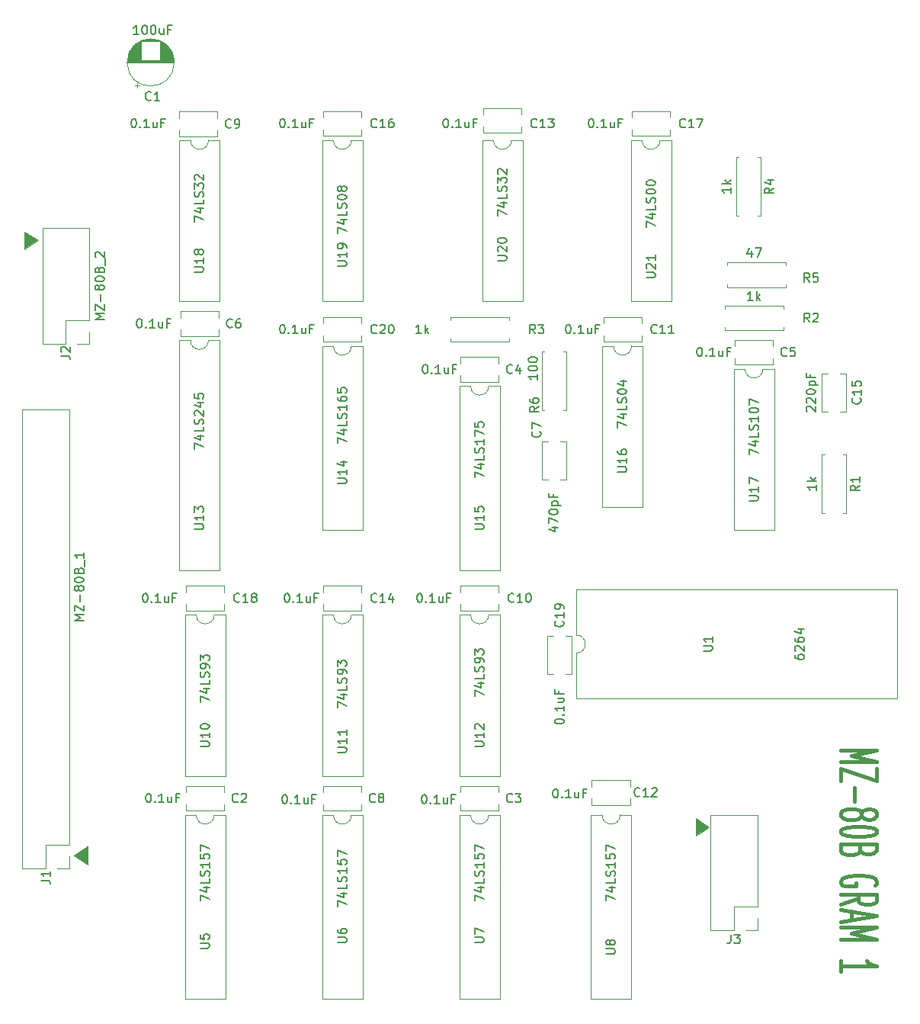
<source format=gto>
G04 #@! TF.GenerationSoftware,KiCad,Pcbnew,(5.1.9)-1*
G04 #@! TF.CreationDate,2025-10-08T16:02:49+09:00*
G04 #@! TF.ProjectId,MZ-80B_GRAM1,4d5a2d38-3042-45f4-9752-414d312e6b69,rev?*
G04 #@! TF.SameCoordinates,PX53920b0PY93c3260*
G04 #@! TF.FileFunction,Legend,Top*
G04 #@! TF.FilePolarity,Positive*
%FSLAX46Y46*%
G04 Gerber Fmt 4.6, Leading zero omitted, Abs format (unit mm)*
G04 Created by KiCad (PCBNEW (5.1.9)-1) date 2025-10-08 16:02:49*
%MOMM*%
%LPD*%
G01*
G04 APERTURE LIST*
%ADD10C,0.100000*%
%ADD11C,0.150000*%
%ADD12C,0.400000*%
%ADD13C,0.120000*%
G04 APERTURE END LIST*
D10*
G36*
X77556000Y64682000D02*
G01*
X76056000Y63682000D01*
X76056000Y65682000D01*
X77556000Y64682000D01*
G37*
X77556000Y64682000D02*
X76056000Y63682000D01*
X76056000Y65682000D01*
X77556000Y64682000D01*
G36*
X3024000Y129810000D02*
G01*
X1524000Y128810000D01*
X1524000Y130810000D01*
X3024000Y129810000D01*
G37*
X3024000Y129810000D02*
X1524000Y128810000D01*
X1524000Y130810000D01*
X3024000Y129810000D01*
G36*
X8500000Y60500000D02*
G01*
X7000000Y61500000D01*
X8500000Y62500000D01*
X8500000Y60500000D01*
G37*
X8500000Y60500000D02*
X7000000Y61500000D01*
X8500000Y62500000D01*
X8500000Y60500000D01*
D11*
X58491380Y114945334D02*
X58491380Y114373905D01*
X58491380Y114659620D02*
X57491380Y114659620D01*
X57634238Y114564381D01*
X57729476Y114469143D01*
X57777095Y114373905D01*
X57491380Y115564381D02*
X57491380Y115659620D01*
X57539000Y115754858D01*
X57586619Y115802477D01*
X57681857Y115850096D01*
X57872333Y115897715D01*
X58110428Y115897715D01*
X58300904Y115850096D01*
X58396142Y115802477D01*
X58443761Y115754858D01*
X58491380Y115659620D01*
X58491380Y115564381D01*
X58443761Y115469143D01*
X58396142Y115421524D01*
X58300904Y115373905D01*
X58110428Y115326286D01*
X57872333Y115326286D01*
X57681857Y115373905D01*
X57586619Y115421524D01*
X57539000Y115469143D01*
X57491380Y115564381D01*
X57491380Y116516762D02*
X57491380Y116612000D01*
X57539000Y116707239D01*
X57586619Y116754858D01*
X57681857Y116802477D01*
X57872333Y116850096D01*
X58110428Y116850096D01*
X58300904Y116802477D01*
X58396142Y116754858D01*
X58443761Y116707239D01*
X58491380Y116612000D01*
X58491380Y116516762D01*
X58443761Y116421524D01*
X58396142Y116373905D01*
X58300904Y116326286D01*
X58110428Y116278667D01*
X57872333Y116278667D01*
X57681857Y116326286D01*
X57586619Y116373905D01*
X57539000Y116421524D01*
X57491380Y116516762D01*
X82264285Y128653286D02*
X82264285Y127986620D01*
X82026190Y129034239D02*
X81788095Y128319953D01*
X82407142Y128319953D01*
X82692857Y128986620D02*
X83359523Y128986620D01*
X82930952Y127986620D01*
X45982142Y116032620D02*
X46077380Y116032620D01*
X46172619Y115985000D01*
X46220238Y115937381D01*
X46267857Y115842143D01*
X46315476Y115651667D01*
X46315476Y115413572D01*
X46267857Y115223096D01*
X46220238Y115127858D01*
X46172619Y115080239D01*
X46077380Y115032620D01*
X45982142Y115032620D01*
X45886904Y115080239D01*
X45839285Y115127858D01*
X45791666Y115223096D01*
X45744047Y115413572D01*
X45744047Y115651667D01*
X45791666Y115842143D01*
X45839285Y115937381D01*
X45886904Y115985000D01*
X45982142Y116032620D01*
X46744047Y115127858D02*
X46791666Y115080239D01*
X46744047Y115032620D01*
X46696428Y115080239D01*
X46744047Y115127858D01*
X46744047Y115032620D01*
X47744047Y115032620D02*
X47172619Y115032620D01*
X47458333Y115032620D02*
X47458333Y116032620D01*
X47363095Y115889762D01*
X47267857Y115794524D01*
X47172619Y115746905D01*
X48601190Y115699286D02*
X48601190Y115032620D01*
X48172619Y115699286D02*
X48172619Y115175477D01*
X48220238Y115080239D01*
X48315476Y115032620D01*
X48458333Y115032620D01*
X48553571Y115080239D01*
X48601190Y115127858D01*
X49410714Y115556429D02*
X49077380Y115556429D01*
X49077380Y115032620D02*
X49077380Y116032620D01*
X49553571Y116032620D01*
X60460142Y68915620D02*
X60555380Y68915620D01*
X60650619Y68868000D01*
X60698238Y68820381D01*
X60745857Y68725143D01*
X60793476Y68534667D01*
X60793476Y68296572D01*
X60745857Y68106096D01*
X60698238Y68010858D01*
X60650619Y67963239D01*
X60555380Y67915620D01*
X60460142Y67915620D01*
X60364904Y67963239D01*
X60317285Y68010858D01*
X60269666Y68106096D01*
X60222047Y68296572D01*
X60222047Y68534667D01*
X60269666Y68725143D01*
X60317285Y68820381D01*
X60364904Y68868000D01*
X60460142Y68915620D01*
X61222047Y68010858D02*
X61269666Y67963239D01*
X61222047Y67915620D01*
X61174428Y67963239D01*
X61222047Y68010858D01*
X61222047Y67915620D01*
X62222047Y67915620D02*
X61650619Y67915620D01*
X61936333Y67915620D02*
X61936333Y68915620D01*
X61841095Y68772762D01*
X61745857Y68677524D01*
X61650619Y68629905D01*
X63079190Y68582286D02*
X63079190Y67915620D01*
X62650619Y68582286D02*
X62650619Y68058477D01*
X62698238Y67963239D01*
X62793476Y67915620D01*
X62936333Y67915620D01*
X63031571Y67963239D01*
X63079190Y68010858D01*
X63888714Y68439429D02*
X63555380Y68439429D01*
X63555380Y67915620D02*
X63555380Y68915620D01*
X64031571Y68915620D01*
X66127380Y56485953D02*
X66127380Y57152620D01*
X67127380Y56724048D01*
X66460714Y57962143D02*
X67127380Y57962143D01*
X66079761Y57724048D02*
X66794047Y57485953D01*
X66794047Y58105000D01*
X67127380Y58962143D02*
X67127380Y58485953D01*
X66127380Y58485953D01*
X67079761Y59247858D02*
X67127380Y59390715D01*
X67127380Y59628810D01*
X67079761Y59724048D01*
X67032142Y59771667D01*
X66936904Y59819286D01*
X66841666Y59819286D01*
X66746428Y59771667D01*
X66698809Y59724048D01*
X66651190Y59628810D01*
X66603571Y59438334D01*
X66555952Y59343096D01*
X66508333Y59295477D01*
X66413095Y59247858D01*
X66317857Y59247858D01*
X66222619Y59295477D01*
X66175000Y59343096D01*
X66127380Y59438334D01*
X66127380Y59676429D01*
X66175000Y59819286D01*
X67127380Y60771667D02*
X67127380Y60200239D01*
X67127380Y60485953D02*
X66127380Y60485953D01*
X66270238Y60390715D01*
X66365476Y60295477D01*
X66413095Y60200239D01*
X66127380Y61676429D02*
X66127380Y61200239D01*
X66603571Y61152620D01*
X66555952Y61200239D01*
X66508333Y61295477D01*
X66508333Y61533572D01*
X66555952Y61628810D01*
X66603571Y61676429D01*
X66698809Y61724048D01*
X66936904Y61724048D01*
X67032142Y61676429D01*
X67079761Y61628810D01*
X67127380Y61533572D01*
X67127380Y61295477D01*
X67079761Y61200239D01*
X67032142Y61152620D01*
X66127380Y62057381D02*
X66127380Y62724048D01*
X67127380Y62295477D01*
X51522380Y56485953D02*
X51522380Y57152620D01*
X52522380Y56724048D01*
X51855714Y57962143D02*
X52522380Y57962143D01*
X51474761Y57724048D02*
X52189047Y57485953D01*
X52189047Y58105000D01*
X52522380Y58962143D02*
X52522380Y58485953D01*
X51522380Y58485953D01*
X52474761Y59247858D02*
X52522380Y59390715D01*
X52522380Y59628810D01*
X52474761Y59724048D01*
X52427142Y59771667D01*
X52331904Y59819286D01*
X52236666Y59819286D01*
X52141428Y59771667D01*
X52093809Y59724048D01*
X52046190Y59628810D01*
X51998571Y59438334D01*
X51950952Y59343096D01*
X51903333Y59295477D01*
X51808095Y59247858D01*
X51712857Y59247858D01*
X51617619Y59295477D01*
X51570000Y59343096D01*
X51522380Y59438334D01*
X51522380Y59676429D01*
X51570000Y59819286D01*
X52522380Y60771667D02*
X52522380Y60200239D01*
X52522380Y60485953D02*
X51522380Y60485953D01*
X51665238Y60390715D01*
X51760476Y60295477D01*
X51808095Y60200239D01*
X51522380Y61676429D02*
X51522380Y61200239D01*
X51998571Y61152620D01*
X51950952Y61200239D01*
X51903333Y61295477D01*
X51903333Y61533572D01*
X51950952Y61628810D01*
X51998571Y61676429D01*
X52093809Y61724048D01*
X52331904Y61724048D01*
X52427142Y61676429D01*
X52474761Y61628810D01*
X52522380Y61533572D01*
X52522380Y61295477D01*
X52474761Y61200239D01*
X52427142Y61152620D01*
X51522380Y62057381D02*
X51522380Y62724048D01*
X52522380Y62295477D01*
X36282380Y55850953D02*
X36282380Y56517620D01*
X37282380Y56089048D01*
X36615714Y57327143D02*
X37282380Y57327143D01*
X36234761Y57089048D02*
X36949047Y56850953D01*
X36949047Y57470000D01*
X37282380Y58327143D02*
X37282380Y57850953D01*
X36282380Y57850953D01*
X37234761Y58612858D02*
X37282380Y58755715D01*
X37282380Y58993810D01*
X37234761Y59089048D01*
X37187142Y59136667D01*
X37091904Y59184286D01*
X36996666Y59184286D01*
X36901428Y59136667D01*
X36853809Y59089048D01*
X36806190Y58993810D01*
X36758571Y58803334D01*
X36710952Y58708096D01*
X36663333Y58660477D01*
X36568095Y58612858D01*
X36472857Y58612858D01*
X36377619Y58660477D01*
X36330000Y58708096D01*
X36282380Y58803334D01*
X36282380Y59041429D01*
X36330000Y59184286D01*
X37282380Y60136667D02*
X37282380Y59565239D01*
X37282380Y59850953D02*
X36282380Y59850953D01*
X36425238Y59755715D01*
X36520476Y59660477D01*
X36568095Y59565239D01*
X36282380Y61041429D02*
X36282380Y60565239D01*
X36758571Y60517620D01*
X36710952Y60565239D01*
X36663333Y60660477D01*
X36663333Y60898572D01*
X36710952Y60993810D01*
X36758571Y61041429D01*
X36853809Y61089048D01*
X37091904Y61089048D01*
X37187142Y61041429D01*
X37234761Y60993810D01*
X37282380Y60898572D01*
X37282380Y60660477D01*
X37234761Y60565239D01*
X37187142Y60517620D01*
X36282380Y61422381D02*
X36282380Y62089048D01*
X37282380Y61660477D01*
X21042380Y56485953D02*
X21042380Y57152620D01*
X22042380Y56724048D01*
X21375714Y57962143D02*
X22042380Y57962143D01*
X20994761Y57724048D02*
X21709047Y57485953D01*
X21709047Y58105000D01*
X22042380Y58962143D02*
X22042380Y58485953D01*
X21042380Y58485953D01*
X21994761Y59247858D02*
X22042380Y59390715D01*
X22042380Y59628810D01*
X21994761Y59724048D01*
X21947142Y59771667D01*
X21851904Y59819286D01*
X21756666Y59819286D01*
X21661428Y59771667D01*
X21613809Y59724048D01*
X21566190Y59628810D01*
X21518571Y59438334D01*
X21470952Y59343096D01*
X21423333Y59295477D01*
X21328095Y59247858D01*
X21232857Y59247858D01*
X21137619Y59295477D01*
X21090000Y59343096D01*
X21042380Y59438334D01*
X21042380Y59676429D01*
X21090000Y59819286D01*
X22042380Y60771667D02*
X22042380Y60200239D01*
X22042380Y60485953D02*
X21042380Y60485953D01*
X21185238Y60390715D01*
X21280476Y60295477D01*
X21328095Y60200239D01*
X21042380Y61676429D02*
X21042380Y61200239D01*
X21518571Y61152620D01*
X21470952Y61200239D01*
X21423333Y61295477D01*
X21423333Y61533572D01*
X21470952Y61628810D01*
X21518571Y61676429D01*
X21613809Y61724048D01*
X21851904Y61724048D01*
X21947142Y61676429D01*
X21994761Y61628810D01*
X22042380Y61533572D01*
X22042380Y61295477D01*
X21994761Y61200239D01*
X21947142Y61152620D01*
X21042380Y62057381D02*
X21042380Y62724048D01*
X22042380Y62295477D01*
X45855142Y68280620D02*
X45950380Y68280620D01*
X46045619Y68233000D01*
X46093238Y68185381D01*
X46140857Y68090143D01*
X46188476Y67899667D01*
X46188476Y67661572D01*
X46140857Y67471096D01*
X46093238Y67375858D01*
X46045619Y67328239D01*
X45950380Y67280620D01*
X45855142Y67280620D01*
X45759904Y67328239D01*
X45712285Y67375858D01*
X45664666Y67471096D01*
X45617047Y67661572D01*
X45617047Y67899667D01*
X45664666Y68090143D01*
X45712285Y68185381D01*
X45759904Y68233000D01*
X45855142Y68280620D01*
X46617047Y67375858D02*
X46664666Y67328239D01*
X46617047Y67280620D01*
X46569428Y67328239D01*
X46617047Y67375858D01*
X46617047Y67280620D01*
X47617047Y67280620D02*
X47045619Y67280620D01*
X47331333Y67280620D02*
X47331333Y68280620D01*
X47236095Y68137762D01*
X47140857Y68042524D01*
X47045619Y67994905D01*
X48474190Y67947286D02*
X48474190Y67280620D01*
X48045619Y67947286D02*
X48045619Y67423477D01*
X48093238Y67328239D01*
X48188476Y67280620D01*
X48331333Y67280620D01*
X48426571Y67328239D01*
X48474190Y67375858D01*
X49283714Y67804429D02*
X48950380Y67804429D01*
X48950380Y67280620D02*
X48950380Y68280620D01*
X49426571Y68280620D01*
X30361142Y68280620D02*
X30456380Y68280620D01*
X30551619Y68233000D01*
X30599238Y68185381D01*
X30646857Y68090143D01*
X30694476Y67899667D01*
X30694476Y67661572D01*
X30646857Y67471096D01*
X30599238Y67375858D01*
X30551619Y67328239D01*
X30456380Y67280620D01*
X30361142Y67280620D01*
X30265904Y67328239D01*
X30218285Y67375858D01*
X30170666Y67471096D01*
X30123047Y67661572D01*
X30123047Y67899667D01*
X30170666Y68090143D01*
X30218285Y68185381D01*
X30265904Y68233000D01*
X30361142Y68280620D01*
X31123047Y67375858D02*
X31170666Y67328239D01*
X31123047Y67280620D01*
X31075428Y67328239D01*
X31123047Y67375858D01*
X31123047Y67280620D01*
X32123047Y67280620D02*
X31551619Y67280620D01*
X31837333Y67280620D02*
X31837333Y68280620D01*
X31742095Y68137762D01*
X31646857Y68042524D01*
X31551619Y67994905D01*
X32980190Y67947286D02*
X32980190Y67280620D01*
X32551619Y67947286D02*
X32551619Y67423477D01*
X32599238Y67328239D01*
X32694476Y67280620D01*
X32837333Y67280620D01*
X32932571Y67328239D01*
X32980190Y67375858D01*
X33789714Y67804429D02*
X33456380Y67804429D01*
X33456380Y67280620D02*
X33456380Y68280620D01*
X33932571Y68280620D01*
X15248142Y68407620D02*
X15343380Y68407620D01*
X15438619Y68360000D01*
X15486238Y68312381D01*
X15533857Y68217143D01*
X15581476Y68026667D01*
X15581476Y67788572D01*
X15533857Y67598096D01*
X15486238Y67502858D01*
X15438619Y67455239D01*
X15343380Y67407620D01*
X15248142Y67407620D01*
X15152904Y67455239D01*
X15105285Y67502858D01*
X15057666Y67598096D01*
X15010047Y67788572D01*
X15010047Y68026667D01*
X15057666Y68217143D01*
X15105285Y68312381D01*
X15152904Y68360000D01*
X15248142Y68407620D01*
X16010047Y67502858D02*
X16057666Y67455239D01*
X16010047Y67407620D01*
X15962428Y67455239D01*
X16010047Y67502858D01*
X16010047Y67407620D01*
X17010047Y67407620D02*
X16438619Y67407620D01*
X16724333Y67407620D02*
X16724333Y68407620D01*
X16629095Y68264762D01*
X16533857Y68169524D01*
X16438619Y68121905D01*
X17867190Y68074286D02*
X17867190Y67407620D01*
X17438619Y68074286D02*
X17438619Y67550477D01*
X17486238Y67455239D01*
X17581476Y67407620D01*
X17724333Y67407620D01*
X17819571Y67455239D01*
X17867190Y67502858D01*
X18676714Y67931429D02*
X18343380Y67931429D01*
X18343380Y67407620D02*
X18343380Y68407620D01*
X18819571Y68407620D01*
X8072380Y87616905D02*
X7072380Y87616905D01*
X7786666Y87950239D01*
X7072380Y88283572D01*
X8072380Y88283572D01*
X7072380Y88664524D02*
X7072380Y89331191D01*
X8072380Y88664524D01*
X8072380Y89331191D01*
X7691428Y89712143D02*
X7691428Y90474048D01*
X7500952Y91093096D02*
X7453333Y90997858D01*
X7405714Y90950239D01*
X7310476Y90902620D01*
X7262857Y90902620D01*
X7167619Y90950239D01*
X7120000Y90997858D01*
X7072380Y91093096D01*
X7072380Y91283572D01*
X7120000Y91378810D01*
X7167619Y91426429D01*
X7262857Y91474048D01*
X7310476Y91474048D01*
X7405714Y91426429D01*
X7453333Y91378810D01*
X7500952Y91283572D01*
X7500952Y91093096D01*
X7548571Y90997858D01*
X7596190Y90950239D01*
X7691428Y90902620D01*
X7881904Y90902620D01*
X7977142Y90950239D01*
X8024761Y90997858D01*
X8072380Y91093096D01*
X8072380Y91283572D01*
X8024761Y91378810D01*
X7977142Y91426429D01*
X7881904Y91474048D01*
X7691428Y91474048D01*
X7596190Y91426429D01*
X7548571Y91378810D01*
X7500952Y91283572D01*
X7072380Y92093096D02*
X7072380Y92188334D01*
X7120000Y92283572D01*
X7167619Y92331191D01*
X7262857Y92378810D01*
X7453333Y92426429D01*
X7691428Y92426429D01*
X7881904Y92378810D01*
X7977142Y92331191D01*
X8024761Y92283572D01*
X8072380Y92188334D01*
X8072380Y92093096D01*
X8024761Y91997858D01*
X7977142Y91950239D01*
X7881904Y91902620D01*
X7691428Y91855000D01*
X7453333Y91855000D01*
X7262857Y91902620D01*
X7167619Y91950239D01*
X7120000Y91997858D01*
X7072380Y92093096D01*
X7548571Y93188334D02*
X7596190Y93331191D01*
X7643809Y93378810D01*
X7739047Y93426429D01*
X7881904Y93426429D01*
X7977142Y93378810D01*
X8024761Y93331191D01*
X8072380Y93235953D01*
X8072380Y92855000D01*
X7072380Y92855000D01*
X7072380Y93188334D01*
X7120000Y93283572D01*
X7167619Y93331191D01*
X7262857Y93378810D01*
X7358095Y93378810D01*
X7453333Y93331191D01*
X7500952Y93283572D01*
X7548571Y93188334D01*
X7548571Y92855000D01*
X8167619Y93616905D02*
X8167619Y94378810D01*
X8072380Y95140715D02*
X8072380Y94569286D01*
X8072380Y94855000D02*
X7072380Y94855000D01*
X7215238Y94759762D01*
X7310476Y94664524D01*
X7358095Y94569286D01*
X21042380Y78552143D02*
X21042380Y79218810D01*
X22042380Y78790239D01*
X21375714Y80028334D02*
X22042380Y80028334D01*
X20994761Y79790239D02*
X21709047Y79552143D01*
X21709047Y80171191D01*
X22042380Y81028334D02*
X22042380Y80552143D01*
X21042380Y80552143D01*
X21994761Y81314048D02*
X22042380Y81456905D01*
X22042380Y81695000D01*
X21994761Y81790239D01*
X21947142Y81837858D01*
X21851904Y81885477D01*
X21756666Y81885477D01*
X21661428Y81837858D01*
X21613809Y81790239D01*
X21566190Y81695000D01*
X21518571Y81504524D01*
X21470952Y81409286D01*
X21423333Y81361667D01*
X21328095Y81314048D01*
X21232857Y81314048D01*
X21137619Y81361667D01*
X21090000Y81409286D01*
X21042380Y81504524D01*
X21042380Y81742620D01*
X21090000Y81885477D01*
X22042380Y82361667D02*
X22042380Y82552143D01*
X21994761Y82647381D01*
X21947142Y82695000D01*
X21804285Y82790239D01*
X21613809Y82837858D01*
X21232857Y82837858D01*
X21137619Y82790239D01*
X21090000Y82742620D01*
X21042380Y82647381D01*
X21042380Y82456905D01*
X21090000Y82361667D01*
X21137619Y82314048D01*
X21232857Y82266429D01*
X21470952Y82266429D01*
X21566190Y82314048D01*
X21613809Y82361667D01*
X21661428Y82456905D01*
X21661428Y82647381D01*
X21613809Y82742620D01*
X21566190Y82790239D01*
X21470952Y82837858D01*
X21042380Y83171191D02*
X21042380Y83790239D01*
X21423333Y83456905D01*
X21423333Y83599762D01*
X21470952Y83695000D01*
X21518571Y83742620D01*
X21613809Y83790239D01*
X21851904Y83790239D01*
X21947142Y83742620D01*
X21994761Y83695000D01*
X22042380Y83599762D01*
X22042380Y83314048D01*
X21994761Y83218810D01*
X21947142Y83171191D01*
X14867142Y90632620D02*
X14962380Y90632620D01*
X15057619Y90585000D01*
X15105238Y90537381D01*
X15152857Y90442143D01*
X15200476Y90251667D01*
X15200476Y90013572D01*
X15152857Y89823096D01*
X15105238Y89727858D01*
X15057619Y89680239D01*
X14962380Y89632620D01*
X14867142Y89632620D01*
X14771904Y89680239D01*
X14724285Y89727858D01*
X14676666Y89823096D01*
X14629047Y90013572D01*
X14629047Y90251667D01*
X14676666Y90442143D01*
X14724285Y90537381D01*
X14771904Y90585000D01*
X14867142Y90632620D01*
X15629047Y89727858D02*
X15676666Y89680239D01*
X15629047Y89632620D01*
X15581428Y89680239D01*
X15629047Y89727858D01*
X15629047Y89632620D01*
X16629047Y89632620D02*
X16057619Y89632620D01*
X16343333Y89632620D02*
X16343333Y90632620D01*
X16248095Y90489762D01*
X16152857Y90394524D01*
X16057619Y90346905D01*
X17486190Y90299286D02*
X17486190Y89632620D01*
X17057619Y90299286D02*
X17057619Y89775477D01*
X17105238Y89680239D01*
X17200476Y89632620D01*
X17343333Y89632620D01*
X17438571Y89680239D01*
X17486190Y89727858D01*
X18295714Y90156429D02*
X17962380Y90156429D01*
X17962380Y89632620D02*
X17962380Y90632620D01*
X18438571Y90632620D01*
X30615142Y90632620D02*
X30710380Y90632620D01*
X30805619Y90585000D01*
X30853238Y90537381D01*
X30900857Y90442143D01*
X30948476Y90251667D01*
X30948476Y90013572D01*
X30900857Y89823096D01*
X30853238Y89727858D01*
X30805619Y89680239D01*
X30710380Y89632620D01*
X30615142Y89632620D01*
X30519904Y89680239D01*
X30472285Y89727858D01*
X30424666Y89823096D01*
X30377047Y90013572D01*
X30377047Y90251667D01*
X30424666Y90442143D01*
X30472285Y90537381D01*
X30519904Y90585000D01*
X30615142Y90632620D01*
X31377047Y89727858D02*
X31424666Y89680239D01*
X31377047Y89632620D01*
X31329428Y89680239D01*
X31377047Y89727858D01*
X31377047Y89632620D01*
X32377047Y89632620D02*
X31805619Y89632620D01*
X32091333Y89632620D02*
X32091333Y90632620D01*
X31996095Y90489762D01*
X31900857Y90394524D01*
X31805619Y90346905D01*
X33234190Y90299286D02*
X33234190Y89632620D01*
X32805619Y90299286D02*
X32805619Y89775477D01*
X32853238Y89680239D01*
X32948476Y89632620D01*
X33091333Y89632620D01*
X33186571Y89680239D01*
X33234190Y89727858D01*
X34043714Y90156429D02*
X33710380Y90156429D01*
X33710380Y89632620D02*
X33710380Y90632620D01*
X34186571Y90632620D01*
X45347142Y90632620D02*
X45442380Y90632620D01*
X45537619Y90585000D01*
X45585238Y90537381D01*
X45632857Y90442143D01*
X45680476Y90251667D01*
X45680476Y90013572D01*
X45632857Y89823096D01*
X45585238Y89727858D01*
X45537619Y89680239D01*
X45442380Y89632620D01*
X45347142Y89632620D01*
X45251904Y89680239D01*
X45204285Y89727858D01*
X45156666Y89823096D01*
X45109047Y90013572D01*
X45109047Y90251667D01*
X45156666Y90442143D01*
X45204285Y90537381D01*
X45251904Y90585000D01*
X45347142Y90632620D01*
X46109047Y89727858D02*
X46156666Y89680239D01*
X46109047Y89632620D01*
X46061428Y89680239D01*
X46109047Y89727858D01*
X46109047Y89632620D01*
X47109047Y89632620D02*
X46537619Y89632620D01*
X46823333Y89632620D02*
X46823333Y90632620D01*
X46728095Y90489762D01*
X46632857Y90394524D01*
X46537619Y90346905D01*
X47966190Y90299286D02*
X47966190Y89632620D01*
X47537619Y90299286D02*
X47537619Y89775477D01*
X47585238Y89680239D01*
X47680476Y89632620D01*
X47823333Y89632620D01*
X47918571Y89680239D01*
X47966190Y89727858D01*
X48775714Y90156429D02*
X48442380Y90156429D01*
X48442380Y89632620D02*
X48442380Y90632620D01*
X48918571Y90632620D01*
X36282380Y77917143D02*
X36282380Y78583810D01*
X37282380Y78155239D01*
X36615714Y79393334D02*
X37282380Y79393334D01*
X36234761Y79155239D02*
X36949047Y78917143D01*
X36949047Y79536191D01*
X37282380Y80393334D02*
X37282380Y79917143D01*
X36282380Y79917143D01*
X37234761Y80679048D02*
X37282380Y80821905D01*
X37282380Y81060000D01*
X37234761Y81155239D01*
X37187142Y81202858D01*
X37091904Y81250477D01*
X36996666Y81250477D01*
X36901428Y81202858D01*
X36853809Y81155239D01*
X36806190Y81060000D01*
X36758571Y80869524D01*
X36710952Y80774286D01*
X36663333Y80726667D01*
X36568095Y80679048D01*
X36472857Y80679048D01*
X36377619Y80726667D01*
X36330000Y80774286D01*
X36282380Y80869524D01*
X36282380Y81107620D01*
X36330000Y81250477D01*
X37282380Y81726667D02*
X37282380Y81917143D01*
X37234761Y82012381D01*
X37187142Y82060000D01*
X37044285Y82155239D01*
X36853809Y82202858D01*
X36472857Y82202858D01*
X36377619Y82155239D01*
X36330000Y82107620D01*
X36282380Y82012381D01*
X36282380Y81821905D01*
X36330000Y81726667D01*
X36377619Y81679048D01*
X36472857Y81631429D01*
X36710952Y81631429D01*
X36806190Y81679048D01*
X36853809Y81726667D01*
X36901428Y81821905D01*
X36901428Y82012381D01*
X36853809Y82107620D01*
X36806190Y82155239D01*
X36710952Y82202858D01*
X36282380Y82536191D02*
X36282380Y83155239D01*
X36663333Y82821905D01*
X36663333Y82964762D01*
X36710952Y83060000D01*
X36758571Y83107620D01*
X36853809Y83155239D01*
X37091904Y83155239D01*
X37187142Y83107620D01*
X37234761Y83060000D01*
X37282380Y82964762D01*
X37282380Y82679048D01*
X37234761Y82583810D01*
X37187142Y82536191D01*
X51522380Y79187143D02*
X51522380Y79853810D01*
X52522380Y79425239D01*
X51855714Y80663334D02*
X52522380Y80663334D01*
X51474761Y80425239D02*
X52189047Y80187143D01*
X52189047Y80806191D01*
X52522380Y81663334D02*
X52522380Y81187143D01*
X51522380Y81187143D01*
X52474761Y81949048D02*
X52522380Y82091905D01*
X52522380Y82330000D01*
X52474761Y82425239D01*
X52427142Y82472858D01*
X52331904Y82520477D01*
X52236666Y82520477D01*
X52141428Y82472858D01*
X52093809Y82425239D01*
X52046190Y82330000D01*
X51998571Y82139524D01*
X51950952Y82044286D01*
X51903333Y81996667D01*
X51808095Y81949048D01*
X51712857Y81949048D01*
X51617619Y81996667D01*
X51570000Y82044286D01*
X51522380Y82139524D01*
X51522380Y82377620D01*
X51570000Y82520477D01*
X52522380Y82996667D02*
X52522380Y83187143D01*
X52474761Y83282381D01*
X52427142Y83330000D01*
X52284285Y83425239D01*
X52093809Y83472858D01*
X51712857Y83472858D01*
X51617619Y83425239D01*
X51570000Y83377620D01*
X51522380Y83282381D01*
X51522380Y83091905D01*
X51570000Y82996667D01*
X51617619Y82949048D01*
X51712857Y82901429D01*
X51950952Y82901429D01*
X52046190Y82949048D01*
X52093809Y82996667D01*
X52141428Y83091905D01*
X52141428Y83282381D01*
X52093809Y83377620D01*
X52046190Y83425239D01*
X51950952Y83472858D01*
X51522380Y83806191D02*
X51522380Y84425239D01*
X51903333Y84091905D01*
X51903333Y84234762D01*
X51950952Y84330000D01*
X51998571Y84377620D01*
X52093809Y84425239D01*
X52331904Y84425239D01*
X52427142Y84377620D01*
X52474761Y84330000D01*
X52522380Y84234762D01*
X52522380Y83949048D01*
X52474761Y83853810D01*
X52427142Y83806191D01*
X60412380Y76377143D02*
X60412380Y76472381D01*
X60460000Y76567620D01*
X60507619Y76615239D01*
X60602857Y76662858D01*
X60793333Y76710477D01*
X61031428Y76710477D01*
X61221904Y76662858D01*
X61317142Y76615239D01*
X61364761Y76567620D01*
X61412380Y76472381D01*
X61412380Y76377143D01*
X61364761Y76281905D01*
X61317142Y76234286D01*
X61221904Y76186667D01*
X61031428Y76139048D01*
X60793333Y76139048D01*
X60602857Y76186667D01*
X60507619Y76234286D01*
X60460000Y76281905D01*
X60412380Y76377143D01*
X61317142Y77139048D02*
X61364761Y77186667D01*
X61412380Y77139048D01*
X61364761Y77091429D01*
X61317142Y77139048D01*
X61412380Y77139048D01*
X61412380Y78139048D02*
X61412380Y77567620D01*
X61412380Y77853334D02*
X60412380Y77853334D01*
X60555238Y77758096D01*
X60650476Y77662858D01*
X60698095Y77567620D01*
X60745714Y78996191D02*
X61412380Y78996191D01*
X60745714Y78567620D02*
X61269523Y78567620D01*
X61364761Y78615239D01*
X61412380Y78710477D01*
X61412380Y78853334D01*
X61364761Y78948572D01*
X61317142Y78996191D01*
X60888571Y79805715D02*
X60888571Y79472381D01*
X61412380Y79472381D02*
X60412380Y79472381D01*
X60412380Y79948572D01*
X87082380Y83766905D02*
X87082380Y83576429D01*
X87130000Y83481191D01*
X87177619Y83433572D01*
X87320476Y83338334D01*
X87510952Y83290715D01*
X87891904Y83290715D01*
X87987142Y83338334D01*
X88034761Y83385953D01*
X88082380Y83481191D01*
X88082380Y83671667D01*
X88034761Y83766905D01*
X87987142Y83814524D01*
X87891904Y83862143D01*
X87653809Y83862143D01*
X87558571Y83814524D01*
X87510952Y83766905D01*
X87463333Y83671667D01*
X87463333Y83481191D01*
X87510952Y83385953D01*
X87558571Y83338334D01*
X87653809Y83290715D01*
X87177619Y84243096D02*
X87130000Y84290715D01*
X87082380Y84385953D01*
X87082380Y84624048D01*
X87130000Y84719286D01*
X87177619Y84766905D01*
X87272857Y84814524D01*
X87368095Y84814524D01*
X87510952Y84766905D01*
X88082380Y84195477D01*
X88082380Y84814524D01*
X87082380Y85671667D02*
X87082380Y85481191D01*
X87130000Y85385953D01*
X87177619Y85338334D01*
X87320476Y85243096D01*
X87510952Y85195477D01*
X87891904Y85195477D01*
X87987142Y85243096D01*
X88034761Y85290715D01*
X88082380Y85385953D01*
X88082380Y85576429D01*
X88034761Y85671667D01*
X87987142Y85719286D01*
X87891904Y85766905D01*
X87653809Y85766905D01*
X87558571Y85719286D01*
X87510952Y85671667D01*
X87463333Y85576429D01*
X87463333Y85385953D01*
X87510952Y85290715D01*
X87558571Y85243096D01*
X87653809Y85195477D01*
X87415714Y86624048D02*
X88082380Y86624048D01*
X87034761Y86385953D02*
X87749047Y86147858D01*
X87749047Y86766905D01*
X89479380Y102673953D02*
X89479380Y102102524D01*
X89479380Y102388239D02*
X88479380Y102388239D01*
X88622238Y102293000D01*
X88717476Y102197762D01*
X88765095Y102102524D01*
X89479380Y103102524D02*
X88479380Y103102524D01*
X89098428Y103197762D02*
X89479380Y103483477D01*
X88812714Y103483477D02*
X89193666Y103102524D01*
X88447619Y110825953D02*
X88400000Y110873572D01*
X88352380Y110968810D01*
X88352380Y111206905D01*
X88400000Y111302143D01*
X88447619Y111349762D01*
X88542857Y111397381D01*
X88638095Y111397381D01*
X88780952Y111349762D01*
X89352380Y110778334D01*
X89352380Y111397381D01*
X88447619Y111778334D02*
X88400000Y111825953D01*
X88352380Y111921191D01*
X88352380Y112159286D01*
X88400000Y112254524D01*
X88447619Y112302143D01*
X88542857Y112349762D01*
X88638095Y112349762D01*
X88780952Y112302143D01*
X89352380Y111730715D01*
X89352380Y112349762D01*
X88352380Y112968810D02*
X88352380Y113064048D01*
X88400000Y113159286D01*
X88447619Y113206905D01*
X88542857Y113254524D01*
X88733333Y113302143D01*
X88971428Y113302143D01*
X89161904Y113254524D01*
X89257142Y113206905D01*
X89304761Y113159286D01*
X89352380Y113064048D01*
X89352380Y112968810D01*
X89304761Y112873572D01*
X89257142Y112825953D01*
X89161904Y112778334D01*
X88971428Y112730715D01*
X88733333Y112730715D01*
X88542857Y112778334D01*
X88447619Y112825953D01*
X88400000Y112873572D01*
X88352380Y112968810D01*
X88685714Y113730715D02*
X89685714Y113730715D01*
X88733333Y113730715D02*
X88685714Y113825953D01*
X88685714Y114016429D01*
X88733333Y114111667D01*
X88780952Y114159286D01*
X88876190Y114206905D01*
X89161904Y114206905D01*
X89257142Y114159286D01*
X89304761Y114111667D01*
X89352380Y114016429D01*
X89352380Y113825953D01*
X89304761Y113730715D01*
X88828571Y114968810D02*
X88828571Y114635477D01*
X89352380Y114635477D02*
X88352380Y114635477D01*
X88352380Y115111667D01*
X82002380Y106015953D02*
X82002380Y106682620D01*
X83002380Y106254048D01*
X82335714Y107492143D02*
X83002380Y107492143D01*
X81954761Y107254048D02*
X82669047Y107015953D01*
X82669047Y107635000D01*
X83002380Y108492143D02*
X83002380Y108015953D01*
X82002380Y108015953D01*
X82954761Y108777858D02*
X83002380Y108920715D01*
X83002380Y109158810D01*
X82954761Y109254048D01*
X82907142Y109301667D01*
X82811904Y109349286D01*
X82716666Y109349286D01*
X82621428Y109301667D01*
X82573809Y109254048D01*
X82526190Y109158810D01*
X82478571Y108968334D01*
X82430952Y108873096D01*
X82383333Y108825477D01*
X82288095Y108777858D01*
X82192857Y108777858D01*
X82097619Y108825477D01*
X82050000Y108873096D01*
X82002380Y108968334D01*
X82002380Y109206429D01*
X82050000Y109349286D01*
X83002380Y110301667D02*
X83002380Y109730239D01*
X83002380Y110015953D02*
X82002380Y110015953D01*
X82145238Y109920715D01*
X82240476Y109825477D01*
X82288095Y109730239D01*
X82002380Y110920715D02*
X82002380Y111015953D01*
X82050000Y111111191D01*
X82097619Y111158810D01*
X82192857Y111206429D01*
X82383333Y111254048D01*
X82621428Y111254048D01*
X82811904Y111206429D01*
X82907142Y111158810D01*
X82954761Y111111191D01*
X83002380Y111015953D01*
X83002380Y110920715D01*
X82954761Y110825477D01*
X82907142Y110777858D01*
X82811904Y110730239D01*
X82621428Y110682620D01*
X82383333Y110682620D01*
X82192857Y110730239D01*
X82097619Y110777858D01*
X82050000Y110825477D01*
X82002380Y110920715D01*
X82002380Y111587381D02*
X82002380Y112254048D01*
X83002380Y111825477D01*
X67397380Y109032143D02*
X67397380Y109698810D01*
X68397380Y109270239D01*
X67730714Y110508334D02*
X68397380Y110508334D01*
X67349761Y110270239D02*
X68064047Y110032143D01*
X68064047Y110651191D01*
X68397380Y111508334D02*
X68397380Y111032143D01*
X67397380Y111032143D01*
X68349761Y111794048D02*
X68397380Y111936905D01*
X68397380Y112175000D01*
X68349761Y112270239D01*
X68302142Y112317858D01*
X68206904Y112365477D01*
X68111666Y112365477D01*
X68016428Y112317858D01*
X67968809Y112270239D01*
X67921190Y112175000D01*
X67873571Y111984524D01*
X67825952Y111889286D01*
X67778333Y111841667D01*
X67683095Y111794048D01*
X67587857Y111794048D01*
X67492619Y111841667D01*
X67445000Y111889286D01*
X67397380Y111984524D01*
X67397380Y112222620D01*
X67445000Y112365477D01*
X67397380Y112984524D02*
X67397380Y113079762D01*
X67445000Y113175000D01*
X67492619Y113222620D01*
X67587857Y113270239D01*
X67778333Y113317858D01*
X68016428Y113317858D01*
X68206904Y113270239D01*
X68302142Y113222620D01*
X68349761Y113175000D01*
X68397380Y113079762D01*
X68397380Y112984524D01*
X68349761Y112889286D01*
X68302142Y112841667D01*
X68206904Y112794048D01*
X68016428Y112746429D01*
X67778333Y112746429D01*
X67587857Y112794048D01*
X67492619Y112841667D01*
X67445000Y112889286D01*
X67397380Y112984524D01*
X67730714Y114175000D02*
X68397380Y114175000D01*
X67349761Y113936905D02*
X68064047Y113698810D01*
X68064047Y114317858D01*
X60110714Y97967143D02*
X60777380Y97967143D01*
X59729761Y97729048D02*
X60444047Y97490953D01*
X60444047Y98110000D01*
X59777380Y98395715D02*
X59777380Y99062381D01*
X60777380Y98633810D01*
X59777380Y99633810D02*
X59777380Y99729048D01*
X59825000Y99824286D01*
X59872619Y99871905D01*
X59967857Y99919524D01*
X60158333Y99967143D01*
X60396428Y99967143D01*
X60586904Y99919524D01*
X60682142Y99871905D01*
X60729761Y99824286D01*
X60777380Y99729048D01*
X60777380Y99633810D01*
X60729761Y99538572D01*
X60682142Y99490953D01*
X60586904Y99443334D01*
X60396428Y99395715D01*
X60158333Y99395715D01*
X59967857Y99443334D01*
X59872619Y99490953D01*
X59825000Y99538572D01*
X59777380Y99633810D01*
X60110714Y100395715D02*
X61110714Y100395715D01*
X60158333Y100395715D02*
X60110714Y100490953D01*
X60110714Y100681429D01*
X60158333Y100776667D01*
X60205952Y100824286D01*
X60301190Y100871905D01*
X60586904Y100871905D01*
X60682142Y100824286D01*
X60729761Y100776667D01*
X60777380Y100681429D01*
X60777380Y100490953D01*
X60729761Y100395715D01*
X60253571Y101633810D02*
X60253571Y101300477D01*
X60777380Y101300477D02*
X59777380Y101300477D01*
X59777380Y101776667D01*
X51522380Y103475953D02*
X51522380Y104142620D01*
X52522380Y103714048D01*
X51855714Y104952143D02*
X52522380Y104952143D01*
X51474761Y104714048D02*
X52189047Y104475953D01*
X52189047Y105095000D01*
X52522380Y105952143D02*
X52522380Y105475953D01*
X51522380Y105475953D01*
X52474761Y106237858D02*
X52522380Y106380715D01*
X52522380Y106618810D01*
X52474761Y106714048D01*
X52427142Y106761667D01*
X52331904Y106809286D01*
X52236666Y106809286D01*
X52141428Y106761667D01*
X52093809Y106714048D01*
X52046190Y106618810D01*
X51998571Y106428334D01*
X51950952Y106333096D01*
X51903333Y106285477D01*
X51808095Y106237858D01*
X51712857Y106237858D01*
X51617619Y106285477D01*
X51570000Y106333096D01*
X51522380Y106428334D01*
X51522380Y106666429D01*
X51570000Y106809286D01*
X52522380Y107761667D02*
X52522380Y107190239D01*
X52522380Y107475953D02*
X51522380Y107475953D01*
X51665238Y107380715D01*
X51760476Y107285477D01*
X51808095Y107190239D01*
X51522380Y108095000D02*
X51522380Y108761667D01*
X52522380Y108333096D01*
X51522380Y109618810D02*
X51522380Y109142620D01*
X51998571Y109095000D01*
X51950952Y109142620D01*
X51903333Y109237858D01*
X51903333Y109475953D01*
X51950952Y109571191D01*
X51998571Y109618810D01*
X52093809Y109666429D01*
X52331904Y109666429D01*
X52427142Y109618810D01*
X52474761Y109571191D01*
X52522380Y109475953D01*
X52522380Y109237858D01*
X52474761Y109142620D01*
X52427142Y109095000D01*
X36282380Y107285953D02*
X36282380Y107952620D01*
X37282380Y107524048D01*
X36615714Y108762143D02*
X37282380Y108762143D01*
X36234761Y108524048D02*
X36949047Y108285953D01*
X36949047Y108905000D01*
X37282380Y109762143D02*
X37282380Y109285953D01*
X36282380Y109285953D01*
X37234761Y110047858D02*
X37282380Y110190715D01*
X37282380Y110428810D01*
X37234761Y110524048D01*
X37187142Y110571667D01*
X37091904Y110619286D01*
X36996666Y110619286D01*
X36901428Y110571667D01*
X36853809Y110524048D01*
X36806190Y110428810D01*
X36758571Y110238334D01*
X36710952Y110143096D01*
X36663333Y110095477D01*
X36568095Y110047858D01*
X36472857Y110047858D01*
X36377619Y110095477D01*
X36330000Y110143096D01*
X36282380Y110238334D01*
X36282380Y110476429D01*
X36330000Y110619286D01*
X37282380Y111571667D02*
X37282380Y111000239D01*
X37282380Y111285953D02*
X36282380Y111285953D01*
X36425238Y111190715D01*
X36520476Y111095477D01*
X36568095Y111000239D01*
X36282380Y112428810D02*
X36282380Y112238334D01*
X36330000Y112143096D01*
X36377619Y112095477D01*
X36520476Y112000239D01*
X36710952Y111952620D01*
X37091904Y111952620D01*
X37187142Y112000239D01*
X37234761Y112047858D01*
X37282380Y112143096D01*
X37282380Y112333572D01*
X37234761Y112428810D01*
X37187142Y112476429D01*
X37091904Y112524048D01*
X36853809Y112524048D01*
X36758571Y112476429D01*
X36710952Y112428810D01*
X36663333Y112333572D01*
X36663333Y112143096D01*
X36710952Y112047858D01*
X36758571Y112000239D01*
X36853809Y111952620D01*
X36282380Y113428810D02*
X36282380Y112952620D01*
X36758571Y112905000D01*
X36710952Y112952620D01*
X36663333Y113047858D01*
X36663333Y113285953D01*
X36710952Y113381191D01*
X36758571Y113428810D01*
X36853809Y113476429D01*
X37091904Y113476429D01*
X37187142Y113428810D01*
X37234761Y113381191D01*
X37282380Y113285953D01*
X37282380Y113047858D01*
X37234761Y112952620D01*
X37187142Y112905000D01*
X76462142Y117937620D02*
X76557380Y117937620D01*
X76652619Y117890000D01*
X76700238Y117842381D01*
X76747857Y117747143D01*
X76795476Y117556667D01*
X76795476Y117318572D01*
X76747857Y117128096D01*
X76700238Y117032858D01*
X76652619Y116985239D01*
X76557380Y116937620D01*
X76462142Y116937620D01*
X76366904Y116985239D01*
X76319285Y117032858D01*
X76271666Y117128096D01*
X76224047Y117318572D01*
X76224047Y117556667D01*
X76271666Y117747143D01*
X76319285Y117842381D01*
X76366904Y117890000D01*
X76462142Y117937620D01*
X77224047Y117032858D02*
X77271666Y116985239D01*
X77224047Y116937620D01*
X77176428Y116985239D01*
X77224047Y117032858D01*
X77224047Y116937620D01*
X78224047Y116937620D02*
X77652619Y116937620D01*
X77938333Y116937620D02*
X77938333Y117937620D01*
X77843095Y117794762D01*
X77747857Y117699524D01*
X77652619Y117651905D01*
X79081190Y117604286D02*
X79081190Y116937620D01*
X78652619Y117604286D02*
X78652619Y117080477D01*
X78700238Y116985239D01*
X78795476Y116937620D01*
X78938333Y116937620D01*
X79033571Y116985239D01*
X79081190Y117032858D01*
X79890714Y117461429D02*
X79557380Y117461429D01*
X79557380Y116937620D02*
X79557380Y117937620D01*
X80033571Y117937620D01*
X82430952Y123160620D02*
X81859523Y123160620D01*
X82145238Y123160620D02*
X82145238Y124160620D01*
X82050000Y124017762D01*
X81954761Y123922524D01*
X81859523Y123874905D01*
X82859523Y123160620D02*
X82859523Y124160620D01*
X82954761Y123541572D02*
X83240476Y123160620D01*
X83240476Y123827286D02*
X82859523Y123446334D01*
X61857142Y120477620D02*
X61952380Y120477620D01*
X62047619Y120430000D01*
X62095238Y120382381D01*
X62142857Y120287143D01*
X62190476Y120096667D01*
X62190476Y119858572D01*
X62142857Y119668096D01*
X62095238Y119572858D01*
X62047619Y119525239D01*
X61952380Y119477620D01*
X61857142Y119477620D01*
X61761904Y119525239D01*
X61714285Y119572858D01*
X61666666Y119668096D01*
X61619047Y119858572D01*
X61619047Y120096667D01*
X61666666Y120287143D01*
X61714285Y120382381D01*
X61761904Y120430000D01*
X61857142Y120477620D01*
X62619047Y119572858D02*
X62666666Y119525239D01*
X62619047Y119477620D01*
X62571428Y119525239D01*
X62619047Y119572858D01*
X62619047Y119477620D01*
X63619047Y119477620D02*
X63047619Y119477620D01*
X63333333Y119477620D02*
X63333333Y120477620D01*
X63238095Y120334762D01*
X63142857Y120239524D01*
X63047619Y120191905D01*
X64476190Y120144286D02*
X64476190Y119477620D01*
X64047619Y120144286D02*
X64047619Y119620477D01*
X64095238Y119525239D01*
X64190476Y119477620D01*
X64333333Y119477620D01*
X64428571Y119525239D01*
X64476190Y119572858D01*
X65285714Y120001429D02*
X64952380Y120001429D01*
X64952380Y119477620D02*
X64952380Y120477620D01*
X65428571Y120477620D01*
X45600952Y119477620D02*
X45029523Y119477620D01*
X45315238Y119477620D02*
X45315238Y120477620D01*
X45220000Y120334762D01*
X45124761Y120239524D01*
X45029523Y120191905D01*
X46029523Y119477620D02*
X46029523Y120477620D01*
X46124761Y119858572D02*
X46410476Y119477620D01*
X46410476Y120144286D02*
X46029523Y119763334D01*
X30107142Y120477620D02*
X30202380Y120477620D01*
X30297619Y120430000D01*
X30345238Y120382381D01*
X30392857Y120287143D01*
X30440476Y120096667D01*
X30440476Y119858572D01*
X30392857Y119668096D01*
X30345238Y119572858D01*
X30297619Y119525239D01*
X30202380Y119477620D01*
X30107142Y119477620D01*
X30011904Y119525239D01*
X29964285Y119572858D01*
X29916666Y119668096D01*
X29869047Y119858572D01*
X29869047Y120096667D01*
X29916666Y120287143D01*
X29964285Y120382381D01*
X30011904Y120430000D01*
X30107142Y120477620D01*
X30869047Y119572858D02*
X30916666Y119525239D01*
X30869047Y119477620D01*
X30821428Y119525239D01*
X30869047Y119572858D01*
X30869047Y119477620D01*
X31869047Y119477620D02*
X31297619Y119477620D01*
X31583333Y119477620D02*
X31583333Y120477620D01*
X31488095Y120334762D01*
X31392857Y120239524D01*
X31297619Y120191905D01*
X32726190Y120144286D02*
X32726190Y119477620D01*
X32297619Y120144286D02*
X32297619Y119620477D01*
X32345238Y119525239D01*
X32440476Y119477620D01*
X32583333Y119477620D01*
X32678571Y119525239D01*
X32726190Y119572858D01*
X33535714Y120001429D02*
X33202380Y120001429D01*
X33202380Y119477620D02*
X33202380Y120477620D01*
X33678571Y120477620D01*
X14232142Y121112620D02*
X14327380Y121112620D01*
X14422619Y121065000D01*
X14470238Y121017381D01*
X14517857Y120922143D01*
X14565476Y120731667D01*
X14565476Y120493572D01*
X14517857Y120303096D01*
X14470238Y120207858D01*
X14422619Y120160239D01*
X14327380Y120112620D01*
X14232142Y120112620D01*
X14136904Y120160239D01*
X14089285Y120207858D01*
X14041666Y120303096D01*
X13994047Y120493572D01*
X13994047Y120731667D01*
X14041666Y120922143D01*
X14089285Y121017381D01*
X14136904Y121065000D01*
X14232142Y121112620D01*
X14994047Y120207858D02*
X15041666Y120160239D01*
X14994047Y120112620D01*
X14946428Y120160239D01*
X14994047Y120207858D01*
X14994047Y120112620D01*
X15994047Y120112620D02*
X15422619Y120112620D01*
X15708333Y120112620D02*
X15708333Y121112620D01*
X15613095Y120969762D01*
X15517857Y120874524D01*
X15422619Y120826905D01*
X16851190Y120779286D02*
X16851190Y120112620D01*
X16422619Y120779286D02*
X16422619Y120255477D01*
X16470238Y120160239D01*
X16565476Y120112620D01*
X16708333Y120112620D01*
X16803571Y120160239D01*
X16851190Y120207858D01*
X17660714Y120636429D02*
X17327380Y120636429D01*
X17327380Y120112620D02*
X17327380Y121112620D01*
X17803571Y121112620D01*
X20407380Y106650953D02*
X20407380Y107317620D01*
X21407380Y106889048D01*
X20740714Y108127143D02*
X21407380Y108127143D01*
X20359761Y107889048D02*
X21074047Y107650953D01*
X21074047Y108270000D01*
X21407380Y109127143D02*
X21407380Y108650953D01*
X20407380Y108650953D01*
X21359761Y109412858D02*
X21407380Y109555715D01*
X21407380Y109793810D01*
X21359761Y109889048D01*
X21312142Y109936667D01*
X21216904Y109984286D01*
X21121666Y109984286D01*
X21026428Y109936667D01*
X20978809Y109889048D01*
X20931190Y109793810D01*
X20883571Y109603334D01*
X20835952Y109508096D01*
X20788333Y109460477D01*
X20693095Y109412858D01*
X20597857Y109412858D01*
X20502619Y109460477D01*
X20455000Y109508096D01*
X20407380Y109603334D01*
X20407380Y109841429D01*
X20455000Y109984286D01*
X20502619Y110365239D02*
X20455000Y110412858D01*
X20407380Y110508096D01*
X20407380Y110746191D01*
X20455000Y110841429D01*
X20502619Y110889048D01*
X20597857Y110936667D01*
X20693095Y110936667D01*
X20835952Y110889048D01*
X21407380Y110317620D01*
X21407380Y110936667D01*
X20740714Y111793810D02*
X21407380Y111793810D01*
X20359761Y111555715D02*
X21074047Y111317620D01*
X21074047Y111936667D01*
X20407380Y112793810D02*
X20407380Y112317620D01*
X20883571Y112270000D01*
X20835952Y112317620D01*
X20788333Y112412858D01*
X20788333Y112650953D01*
X20835952Y112746191D01*
X20883571Y112793810D01*
X20978809Y112841429D01*
X21216904Y112841429D01*
X21312142Y112793810D01*
X21359761Y112746191D01*
X21407380Y112650953D01*
X21407380Y112412858D01*
X21359761Y112317620D01*
X21312142Y112270000D01*
X10358380Y121017905D02*
X9358380Y121017905D01*
X10072666Y121351239D01*
X9358380Y121684572D01*
X10358380Y121684572D01*
X9358380Y122065524D02*
X9358380Y122732191D01*
X10358380Y122065524D01*
X10358380Y122732191D01*
X9977428Y123113143D02*
X9977428Y123875048D01*
X9786952Y124494096D02*
X9739333Y124398858D01*
X9691714Y124351239D01*
X9596476Y124303620D01*
X9548857Y124303620D01*
X9453619Y124351239D01*
X9406000Y124398858D01*
X9358380Y124494096D01*
X9358380Y124684572D01*
X9406000Y124779810D01*
X9453619Y124827429D01*
X9548857Y124875048D01*
X9596476Y124875048D01*
X9691714Y124827429D01*
X9739333Y124779810D01*
X9786952Y124684572D01*
X9786952Y124494096D01*
X9834571Y124398858D01*
X9882190Y124351239D01*
X9977428Y124303620D01*
X10167904Y124303620D01*
X10263142Y124351239D01*
X10310761Y124398858D01*
X10358380Y124494096D01*
X10358380Y124684572D01*
X10310761Y124779810D01*
X10263142Y124827429D01*
X10167904Y124875048D01*
X9977428Y124875048D01*
X9882190Y124827429D01*
X9834571Y124779810D01*
X9786952Y124684572D01*
X9358380Y125494096D02*
X9358380Y125589334D01*
X9406000Y125684572D01*
X9453619Y125732191D01*
X9548857Y125779810D01*
X9739333Y125827429D01*
X9977428Y125827429D01*
X10167904Y125779810D01*
X10263142Y125732191D01*
X10310761Y125684572D01*
X10358380Y125589334D01*
X10358380Y125494096D01*
X10310761Y125398858D01*
X10263142Y125351239D01*
X10167904Y125303620D01*
X9977428Y125256000D01*
X9739333Y125256000D01*
X9548857Y125303620D01*
X9453619Y125351239D01*
X9406000Y125398858D01*
X9358380Y125494096D01*
X9834571Y126589334D02*
X9882190Y126732191D01*
X9929809Y126779810D01*
X10025047Y126827429D01*
X10167904Y126827429D01*
X10263142Y126779810D01*
X10310761Y126732191D01*
X10358380Y126636953D01*
X10358380Y126256000D01*
X9358380Y126256000D01*
X9358380Y126589334D01*
X9406000Y126684572D01*
X9453619Y126732191D01*
X9548857Y126779810D01*
X9644095Y126779810D01*
X9739333Y126732191D01*
X9786952Y126684572D01*
X9834571Y126589334D01*
X9834571Y126256000D01*
X10453619Y127017905D02*
X10453619Y127779810D01*
X9453619Y127970286D02*
X9406000Y128017905D01*
X9358380Y128113143D01*
X9358380Y128351239D01*
X9406000Y128446477D01*
X9453619Y128494096D01*
X9548857Y128541715D01*
X9644095Y128541715D01*
X9786952Y128494096D01*
X10358380Y127922667D01*
X10358380Y128541715D01*
X14200380Y152709620D02*
X13628952Y152709620D01*
X13914666Y152709620D02*
X13914666Y153709620D01*
X13819428Y153566762D01*
X13724190Y153471524D01*
X13628952Y153423905D01*
X14819428Y153709620D02*
X14914666Y153709620D01*
X15009904Y153662000D01*
X15057523Y153614381D01*
X15105142Y153519143D01*
X15152761Y153328667D01*
X15152761Y153090572D01*
X15105142Y152900096D01*
X15057523Y152804858D01*
X15009904Y152757239D01*
X14914666Y152709620D01*
X14819428Y152709620D01*
X14724190Y152757239D01*
X14676571Y152804858D01*
X14628952Y152900096D01*
X14581333Y153090572D01*
X14581333Y153328667D01*
X14628952Y153519143D01*
X14676571Y153614381D01*
X14724190Y153662000D01*
X14819428Y153709620D01*
X15771809Y153709620D02*
X15867047Y153709620D01*
X15962285Y153662000D01*
X16009904Y153614381D01*
X16057523Y153519143D01*
X16105142Y153328667D01*
X16105142Y153090572D01*
X16057523Y152900096D01*
X16009904Y152804858D01*
X15962285Y152757239D01*
X15867047Y152709620D01*
X15771809Y152709620D01*
X15676571Y152757239D01*
X15628952Y152804858D01*
X15581333Y152900096D01*
X15533714Y153090572D01*
X15533714Y153328667D01*
X15581333Y153519143D01*
X15628952Y153614381D01*
X15676571Y153662000D01*
X15771809Y153709620D01*
X16962285Y153376286D02*
X16962285Y152709620D01*
X16533714Y153376286D02*
X16533714Y152852477D01*
X16581333Y152757239D01*
X16676571Y152709620D01*
X16819428Y152709620D01*
X16914666Y152757239D01*
X16962285Y152804858D01*
X17771809Y153233429D02*
X17438476Y153233429D01*
X17438476Y152709620D02*
X17438476Y153709620D01*
X17914666Y153709620D01*
X13597142Y143337620D02*
X13692380Y143337620D01*
X13787619Y143290000D01*
X13835238Y143242381D01*
X13882857Y143147143D01*
X13930476Y142956667D01*
X13930476Y142718572D01*
X13882857Y142528096D01*
X13835238Y142432858D01*
X13787619Y142385239D01*
X13692380Y142337620D01*
X13597142Y142337620D01*
X13501904Y142385239D01*
X13454285Y142432858D01*
X13406666Y142528096D01*
X13359047Y142718572D01*
X13359047Y142956667D01*
X13406666Y143147143D01*
X13454285Y143242381D01*
X13501904Y143290000D01*
X13597142Y143337620D01*
X14359047Y142432858D02*
X14406666Y142385239D01*
X14359047Y142337620D01*
X14311428Y142385239D01*
X14359047Y142432858D01*
X14359047Y142337620D01*
X15359047Y142337620D02*
X14787619Y142337620D01*
X15073333Y142337620D02*
X15073333Y143337620D01*
X14978095Y143194762D01*
X14882857Y143099524D01*
X14787619Y143051905D01*
X16216190Y143004286D02*
X16216190Y142337620D01*
X15787619Y143004286D02*
X15787619Y142480477D01*
X15835238Y142385239D01*
X15930476Y142337620D01*
X16073333Y142337620D01*
X16168571Y142385239D01*
X16216190Y142432858D01*
X17025714Y142861429D02*
X16692380Y142861429D01*
X16692380Y142337620D02*
X16692380Y143337620D01*
X17168571Y143337620D01*
X20407380Y131892143D02*
X20407380Y132558810D01*
X21407380Y132130239D01*
X20740714Y133368334D02*
X21407380Y133368334D01*
X20359761Y133130239D02*
X21074047Y132892143D01*
X21074047Y133511191D01*
X21407380Y134368334D02*
X21407380Y133892143D01*
X20407380Y133892143D01*
X21359761Y134654048D02*
X21407380Y134796905D01*
X21407380Y135035000D01*
X21359761Y135130239D01*
X21312142Y135177858D01*
X21216904Y135225477D01*
X21121666Y135225477D01*
X21026428Y135177858D01*
X20978809Y135130239D01*
X20931190Y135035000D01*
X20883571Y134844524D01*
X20835952Y134749286D01*
X20788333Y134701667D01*
X20693095Y134654048D01*
X20597857Y134654048D01*
X20502619Y134701667D01*
X20455000Y134749286D01*
X20407380Y134844524D01*
X20407380Y135082620D01*
X20455000Y135225477D01*
X20407380Y135558810D02*
X20407380Y136177858D01*
X20788333Y135844524D01*
X20788333Y135987381D01*
X20835952Y136082620D01*
X20883571Y136130239D01*
X20978809Y136177858D01*
X21216904Y136177858D01*
X21312142Y136130239D01*
X21359761Y136082620D01*
X21407380Y135987381D01*
X21407380Y135701667D01*
X21359761Y135606429D01*
X21312142Y135558810D01*
X20502619Y136558810D02*
X20455000Y136606429D01*
X20407380Y136701667D01*
X20407380Y136939762D01*
X20455000Y137035000D01*
X20502619Y137082620D01*
X20597857Y137130239D01*
X20693095Y137130239D01*
X20835952Y137082620D01*
X21407380Y136511191D01*
X21407380Y137130239D01*
X30107142Y143337620D02*
X30202380Y143337620D01*
X30297619Y143290000D01*
X30345238Y143242381D01*
X30392857Y143147143D01*
X30440476Y142956667D01*
X30440476Y142718572D01*
X30392857Y142528096D01*
X30345238Y142432858D01*
X30297619Y142385239D01*
X30202380Y142337620D01*
X30107142Y142337620D01*
X30011904Y142385239D01*
X29964285Y142432858D01*
X29916666Y142528096D01*
X29869047Y142718572D01*
X29869047Y142956667D01*
X29916666Y143147143D01*
X29964285Y143242381D01*
X30011904Y143290000D01*
X30107142Y143337620D01*
X30869047Y142432858D02*
X30916666Y142385239D01*
X30869047Y142337620D01*
X30821428Y142385239D01*
X30869047Y142432858D01*
X30869047Y142337620D01*
X31869047Y142337620D02*
X31297619Y142337620D01*
X31583333Y142337620D02*
X31583333Y143337620D01*
X31488095Y143194762D01*
X31392857Y143099524D01*
X31297619Y143051905D01*
X32726190Y143004286D02*
X32726190Y142337620D01*
X32297619Y143004286D02*
X32297619Y142480477D01*
X32345238Y142385239D01*
X32440476Y142337620D01*
X32583333Y142337620D01*
X32678571Y142385239D01*
X32726190Y142432858D01*
X33535714Y142861429D02*
X33202380Y142861429D01*
X33202380Y142337620D02*
X33202380Y143337620D01*
X33678571Y143337620D01*
X36282380Y130622143D02*
X36282380Y131288810D01*
X37282380Y130860239D01*
X36615714Y132098334D02*
X37282380Y132098334D01*
X36234761Y131860239D02*
X36949047Y131622143D01*
X36949047Y132241191D01*
X37282380Y133098334D02*
X37282380Y132622143D01*
X36282380Y132622143D01*
X37234761Y133384048D02*
X37282380Y133526905D01*
X37282380Y133765000D01*
X37234761Y133860239D01*
X37187142Y133907858D01*
X37091904Y133955477D01*
X36996666Y133955477D01*
X36901428Y133907858D01*
X36853809Y133860239D01*
X36806190Y133765000D01*
X36758571Y133574524D01*
X36710952Y133479286D01*
X36663333Y133431667D01*
X36568095Y133384048D01*
X36472857Y133384048D01*
X36377619Y133431667D01*
X36330000Y133479286D01*
X36282380Y133574524D01*
X36282380Y133812620D01*
X36330000Y133955477D01*
X36282380Y134574524D02*
X36282380Y134669762D01*
X36330000Y134765000D01*
X36377619Y134812620D01*
X36472857Y134860239D01*
X36663333Y134907858D01*
X36901428Y134907858D01*
X37091904Y134860239D01*
X37187142Y134812620D01*
X37234761Y134765000D01*
X37282380Y134669762D01*
X37282380Y134574524D01*
X37234761Y134479286D01*
X37187142Y134431667D01*
X37091904Y134384048D01*
X36901428Y134336429D01*
X36663333Y134336429D01*
X36472857Y134384048D01*
X36377619Y134431667D01*
X36330000Y134479286D01*
X36282380Y134574524D01*
X36710952Y135479286D02*
X36663333Y135384048D01*
X36615714Y135336429D01*
X36520476Y135288810D01*
X36472857Y135288810D01*
X36377619Y135336429D01*
X36330000Y135384048D01*
X36282380Y135479286D01*
X36282380Y135669762D01*
X36330000Y135765000D01*
X36377619Y135812620D01*
X36472857Y135860239D01*
X36520476Y135860239D01*
X36615714Y135812620D01*
X36663333Y135765000D01*
X36710952Y135669762D01*
X36710952Y135479286D01*
X36758571Y135384048D01*
X36806190Y135336429D01*
X36901428Y135288810D01*
X37091904Y135288810D01*
X37187142Y135336429D01*
X37234761Y135384048D01*
X37282380Y135479286D01*
X37282380Y135669762D01*
X37234761Y135765000D01*
X37187142Y135812620D01*
X37091904Y135860239D01*
X36901428Y135860239D01*
X36806190Y135812620D01*
X36758571Y135765000D01*
X36710952Y135669762D01*
X54062380Y132527143D02*
X54062380Y133193810D01*
X55062380Y132765239D01*
X54395714Y134003334D02*
X55062380Y134003334D01*
X54014761Y133765239D02*
X54729047Y133527143D01*
X54729047Y134146191D01*
X55062380Y135003334D02*
X55062380Y134527143D01*
X54062380Y134527143D01*
X55014761Y135289048D02*
X55062380Y135431905D01*
X55062380Y135670000D01*
X55014761Y135765239D01*
X54967142Y135812858D01*
X54871904Y135860477D01*
X54776666Y135860477D01*
X54681428Y135812858D01*
X54633809Y135765239D01*
X54586190Y135670000D01*
X54538571Y135479524D01*
X54490952Y135384286D01*
X54443333Y135336667D01*
X54348095Y135289048D01*
X54252857Y135289048D01*
X54157619Y135336667D01*
X54110000Y135384286D01*
X54062380Y135479524D01*
X54062380Y135717620D01*
X54110000Y135860477D01*
X54062380Y136193810D02*
X54062380Y136812858D01*
X54443333Y136479524D01*
X54443333Y136622381D01*
X54490952Y136717620D01*
X54538571Y136765239D01*
X54633809Y136812858D01*
X54871904Y136812858D01*
X54967142Y136765239D01*
X55014761Y136717620D01*
X55062380Y136622381D01*
X55062380Y136336667D01*
X55014761Y136241429D01*
X54967142Y136193810D01*
X54157619Y137193810D02*
X54110000Y137241429D01*
X54062380Y137336667D01*
X54062380Y137574762D01*
X54110000Y137670000D01*
X54157619Y137717620D01*
X54252857Y137765239D01*
X54348095Y137765239D01*
X54490952Y137717620D01*
X55062380Y137146191D01*
X55062380Y137765239D01*
X48268142Y143337620D02*
X48363380Y143337620D01*
X48458619Y143290000D01*
X48506238Y143242381D01*
X48553857Y143147143D01*
X48601476Y142956667D01*
X48601476Y142718572D01*
X48553857Y142528096D01*
X48506238Y142432858D01*
X48458619Y142385239D01*
X48363380Y142337620D01*
X48268142Y142337620D01*
X48172904Y142385239D01*
X48125285Y142432858D01*
X48077666Y142528096D01*
X48030047Y142718572D01*
X48030047Y142956667D01*
X48077666Y143147143D01*
X48125285Y143242381D01*
X48172904Y143290000D01*
X48268142Y143337620D01*
X49030047Y142432858D02*
X49077666Y142385239D01*
X49030047Y142337620D01*
X48982428Y142385239D01*
X49030047Y142432858D01*
X49030047Y142337620D01*
X50030047Y142337620D02*
X49458619Y142337620D01*
X49744333Y142337620D02*
X49744333Y143337620D01*
X49649095Y143194762D01*
X49553857Y143099524D01*
X49458619Y143051905D01*
X50887190Y143004286D02*
X50887190Y142337620D01*
X50458619Y143004286D02*
X50458619Y142480477D01*
X50506238Y142385239D01*
X50601476Y142337620D01*
X50744333Y142337620D01*
X50839571Y142385239D01*
X50887190Y142432858D01*
X51696714Y142861429D02*
X51363380Y142861429D01*
X51363380Y142337620D02*
X51363380Y143337620D01*
X51839571Y143337620D01*
X64397142Y143337620D02*
X64492380Y143337620D01*
X64587619Y143290000D01*
X64635238Y143242381D01*
X64682857Y143147143D01*
X64730476Y142956667D01*
X64730476Y142718572D01*
X64682857Y142528096D01*
X64635238Y142432858D01*
X64587619Y142385239D01*
X64492380Y142337620D01*
X64397142Y142337620D01*
X64301904Y142385239D01*
X64254285Y142432858D01*
X64206666Y142528096D01*
X64159047Y142718572D01*
X64159047Y142956667D01*
X64206666Y143147143D01*
X64254285Y143242381D01*
X64301904Y143290000D01*
X64397142Y143337620D01*
X65159047Y142432858D02*
X65206666Y142385239D01*
X65159047Y142337620D01*
X65111428Y142385239D01*
X65159047Y142432858D01*
X65159047Y142337620D01*
X66159047Y142337620D02*
X65587619Y142337620D01*
X65873333Y142337620D02*
X65873333Y143337620D01*
X65778095Y143194762D01*
X65682857Y143099524D01*
X65587619Y143051905D01*
X67016190Y143004286D02*
X67016190Y142337620D01*
X66587619Y143004286D02*
X66587619Y142480477D01*
X66635238Y142385239D01*
X66730476Y142337620D01*
X66873333Y142337620D01*
X66968571Y142385239D01*
X67016190Y142432858D01*
X67825714Y142861429D02*
X67492380Y142861429D01*
X67492380Y142337620D02*
X67492380Y143337620D01*
X67968571Y143337620D01*
X70572380Y131257143D02*
X70572380Y131923810D01*
X71572380Y131495239D01*
X70905714Y132733334D02*
X71572380Y132733334D01*
X70524761Y132495239D02*
X71239047Y132257143D01*
X71239047Y132876191D01*
X71572380Y133733334D02*
X71572380Y133257143D01*
X70572380Y133257143D01*
X71524761Y134019048D02*
X71572380Y134161905D01*
X71572380Y134400000D01*
X71524761Y134495239D01*
X71477142Y134542858D01*
X71381904Y134590477D01*
X71286666Y134590477D01*
X71191428Y134542858D01*
X71143809Y134495239D01*
X71096190Y134400000D01*
X71048571Y134209524D01*
X71000952Y134114286D01*
X70953333Y134066667D01*
X70858095Y134019048D01*
X70762857Y134019048D01*
X70667619Y134066667D01*
X70620000Y134114286D01*
X70572380Y134209524D01*
X70572380Y134447620D01*
X70620000Y134590477D01*
X70572380Y135209524D02*
X70572380Y135304762D01*
X70620000Y135400000D01*
X70667619Y135447620D01*
X70762857Y135495239D01*
X70953333Y135542858D01*
X71191428Y135542858D01*
X71381904Y135495239D01*
X71477142Y135447620D01*
X71524761Y135400000D01*
X71572380Y135304762D01*
X71572380Y135209524D01*
X71524761Y135114286D01*
X71477142Y135066667D01*
X71381904Y135019048D01*
X71191428Y134971429D01*
X70953333Y134971429D01*
X70762857Y135019048D01*
X70667619Y135066667D01*
X70620000Y135114286D01*
X70572380Y135209524D01*
X70572380Y136161905D02*
X70572380Y136257143D01*
X70620000Y136352381D01*
X70667619Y136400000D01*
X70762857Y136447620D01*
X70953333Y136495239D01*
X71191428Y136495239D01*
X71381904Y136447620D01*
X71477142Y136400000D01*
X71524761Y136352381D01*
X71572380Y136257143D01*
X71572380Y136161905D01*
X71524761Y136066667D01*
X71477142Y136019048D01*
X71381904Y135971429D01*
X71191428Y135923810D01*
X70953333Y135923810D01*
X70762857Y135971429D01*
X70667619Y136019048D01*
X70620000Y136066667D01*
X70572380Y136161905D01*
X79954380Y135685953D02*
X79954380Y135114524D01*
X79954380Y135400239D02*
X78954380Y135400239D01*
X79097238Y135305000D01*
X79192476Y135209762D01*
X79240095Y135114524D01*
X79954380Y136114524D02*
X78954380Y136114524D01*
X79573428Y136209762D02*
X79954380Y136495477D01*
X79287714Y136495477D02*
X79668666Y136114524D01*
D12*
X92190476Y73238096D02*
X96190476Y73238096D01*
X93333333Y72571429D01*
X96190476Y71904762D01*
X92190476Y71904762D01*
X96190476Y71142858D02*
X96190476Y69809524D01*
X92190476Y71142858D01*
X92190476Y69809524D01*
X93714285Y69047620D02*
X93714285Y67523810D01*
X94476190Y66285715D02*
X94666666Y66476191D01*
X94857142Y66571429D01*
X95238095Y66666667D01*
X95428571Y66666667D01*
X95809523Y66571429D01*
X96000000Y66476191D01*
X96190476Y66285715D01*
X96190476Y65904762D01*
X96000000Y65714286D01*
X95809523Y65619048D01*
X95428571Y65523810D01*
X95238095Y65523810D01*
X94857142Y65619048D01*
X94666666Y65714286D01*
X94476190Y65904762D01*
X94476190Y66285715D01*
X94285714Y66476191D01*
X94095238Y66571429D01*
X93714285Y66666667D01*
X92952380Y66666667D01*
X92571428Y66571429D01*
X92380952Y66476191D01*
X92190476Y66285715D01*
X92190476Y65904762D01*
X92380952Y65714286D01*
X92571428Y65619048D01*
X92952380Y65523810D01*
X93714285Y65523810D01*
X94095238Y65619048D01*
X94285714Y65714286D01*
X94476190Y65904762D01*
X96190476Y64285715D02*
X96190476Y64095239D01*
X96000000Y63904762D01*
X95809523Y63809524D01*
X95428571Y63714286D01*
X94666666Y63619048D01*
X93714285Y63619048D01*
X92952380Y63714286D01*
X92571428Y63809524D01*
X92380952Y63904762D01*
X92190476Y64095239D01*
X92190476Y64285715D01*
X92380952Y64476191D01*
X92571428Y64571429D01*
X92952380Y64666667D01*
X93714285Y64761905D01*
X94666666Y64761905D01*
X95428571Y64666667D01*
X95809523Y64571429D01*
X96000000Y64476191D01*
X96190476Y64285715D01*
X94285714Y62095239D02*
X94095238Y61809524D01*
X93904761Y61714286D01*
X93523809Y61619048D01*
X92952380Y61619048D01*
X92571428Y61714286D01*
X92380952Y61809524D01*
X92190476Y62000000D01*
X92190476Y62761905D01*
X96190476Y62761905D01*
X96190476Y62095239D01*
X96000000Y61904762D01*
X95809523Y61809524D01*
X95428571Y61714286D01*
X95047619Y61714286D01*
X94666666Y61809524D01*
X94476190Y61904762D01*
X94285714Y62095239D01*
X94285714Y62761905D01*
X96000000Y58190477D02*
X96190476Y58380953D01*
X96190476Y58666667D01*
X96000000Y58952381D01*
X95619047Y59142858D01*
X95238095Y59238096D01*
X94476190Y59333334D01*
X93904761Y59333334D01*
X93142857Y59238096D01*
X92761904Y59142858D01*
X92380952Y58952381D01*
X92190476Y58666667D01*
X92190476Y58476191D01*
X92380952Y58190477D01*
X92571428Y58095239D01*
X93904761Y58095239D01*
X93904761Y58476191D01*
X92190476Y56095239D02*
X94095238Y56761905D01*
X92190476Y57238096D02*
X96190476Y57238096D01*
X96190476Y56476191D01*
X96000000Y56285715D01*
X95809523Y56190477D01*
X95428571Y56095239D01*
X94857142Y56095239D01*
X94476190Y56190477D01*
X94285714Y56285715D01*
X94095238Y56476191D01*
X94095238Y57238096D01*
X93333333Y55333334D02*
X93333333Y54380953D01*
X92190476Y55523810D02*
X96190476Y54857143D01*
X92190476Y54190477D01*
X92190476Y53523810D02*
X96190476Y53523810D01*
X93333333Y52857143D01*
X96190476Y52190477D01*
X92190476Y52190477D01*
X92190476Y48666667D02*
X92190476Y49809524D01*
X92190476Y49238096D02*
X96190476Y49238096D01*
X95619047Y49428572D01*
X95238095Y49619048D01*
X95047619Y49809524D01*
D13*
X59660000Y103225000D02*
X58955000Y103225000D01*
X61695000Y103225000D02*
X60990000Y103225000D01*
X59660000Y107465000D02*
X58955000Y107465000D01*
X61695000Y107465000D02*
X60990000Y107465000D01*
X58955000Y107465000D02*
X58955000Y103225000D01*
X61695000Y107465000D02*
X61695000Y103225000D01*
X90070000Y110805000D02*
X90070000Y115045000D01*
X92810000Y110805000D02*
X92810000Y115045000D01*
X90070000Y110805000D02*
X90775000Y110805000D01*
X92105000Y110805000D02*
X92810000Y110805000D01*
X90070000Y115045000D02*
X90775000Y115045000D01*
X92105000Y115045000D02*
X92810000Y115045000D01*
X90070000Y99515000D02*
X90400000Y99515000D01*
X90070000Y106055000D02*
X90070000Y99515000D01*
X90400000Y106055000D02*
X90070000Y106055000D01*
X92810000Y99515000D02*
X92480000Y99515000D01*
X92810000Y106055000D02*
X92810000Y99515000D01*
X92480000Y106055000D02*
X92810000Y106055000D01*
X85820000Y120160000D02*
X85820000Y119830000D01*
X85820000Y119830000D02*
X79280000Y119830000D01*
X79280000Y119830000D02*
X79280000Y120160000D01*
X85820000Y122240000D02*
X85820000Y122570000D01*
X85820000Y122570000D02*
X79280000Y122570000D01*
X79280000Y122570000D02*
X79280000Y122240000D01*
X55340000Y118890000D02*
X55340000Y118560000D01*
X55340000Y118560000D02*
X48800000Y118560000D01*
X48800000Y118560000D02*
X48800000Y118890000D01*
X55340000Y120970000D02*
X55340000Y121300000D01*
X55340000Y121300000D02*
X48800000Y121300000D01*
X48800000Y121300000D02*
X48800000Y120970000D01*
X80545000Y132535000D02*
X80875000Y132535000D01*
X80545000Y139075000D02*
X80545000Y132535000D01*
X80875000Y139075000D02*
X80545000Y139075000D01*
X83285000Y132535000D02*
X82955000Y132535000D01*
X83285000Y139075000D02*
X83285000Y132535000D01*
X82955000Y139075000D02*
X83285000Y139075000D01*
X62805000Y91065000D02*
X62805000Y86005000D01*
X98485000Y91065000D02*
X62805000Y91065000D01*
X98485000Y78945000D02*
X98485000Y91065000D01*
X62805000Y78945000D02*
X98485000Y78945000D01*
X62805000Y84005000D02*
X62805000Y78945000D01*
X62805000Y86005000D02*
G75*
G02*
X62805000Y84005000I0J-1000000D01*
G01*
X23840000Y66015000D02*
X22590000Y66015000D01*
X23840000Y45575000D02*
X23840000Y66015000D01*
X19340000Y45575000D02*
X23840000Y45575000D01*
X19340000Y66015000D02*
X19340000Y45575000D01*
X20590000Y66015000D02*
X19340000Y66015000D01*
X22590000Y66015000D02*
G75*
G02*
X20590000Y66015000I-1000000J0D01*
G01*
X39080000Y66015000D02*
X37830000Y66015000D01*
X39080000Y45575000D02*
X39080000Y66015000D01*
X34580000Y45575000D02*
X39080000Y45575000D01*
X34580000Y66015000D02*
X34580000Y45575000D01*
X35830000Y66015000D02*
X34580000Y66015000D01*
X37830000Y66015000D02*
G75*
G02*
X35830000Y66015000I-1000000J0D01*
G01*
X51070000Y66015000D02*
X49820000Y66015000D01*
X49820000Y66015000D02*
X49820000Y45575000D01*
X49820000Y45575000D02*
X54320000Y45575000D01*
X54320000Y45575000D02*
X54320000Y66015000D01*
X54320000Y66015000D02*
X53070000Y66015000D01*
X53070000Y66015000D02*
G75*
G02*
X51070000Y66015000I-1000000J0D01*
G01*
X65675000Y66015000D02*
X64425000Y66015000D01*
X64425000Y66015000D02*
X64425000Y45575000D01*
X64425000Y45575000D02*
X68925000Y45575000D01*
X68925000Y45575000D02*
X68925000Y66015000D01*
X68925000Y66015000D02*
X67675000Y66015000D01*
X67675000Y66015000D02*
G75*
G02*
X65675000Y66015000I-1000000J0D01*
G01*
X23840000Y88240000D02*
X22590000Y88240000D01*
X23840000Y70340000D02*
X23840000Y88240000D01*
X19340000Y70340000D02*
X23840000Y70340000D01*
X19340000Y88240000D02*
X19340000Y70340000D01*
X20590000Y88240000D02*
X19340000Y88240000D01*
X22590000Y88240000D02*
G75*
G02*
X20590000Y88240000I-1000000J0D01*
G01*
X35830000Y88240000D02*
X34580000Y88240000D01*
X34580000Y88240000D02*
X34580000Y70340000D01*
X34580000Y70340000D02*
X39080000Y70340000D01*
X39080000Y70340000D02*
X39080000Y88240000D01*
X39080000Y88240000D02*
X37830000Y88240000D01*
X37830000Y88240000D02*
G75*
G02*
X35830000Y88240000I-1000000J0D01*
G01*
X54320000Y88240000D02*
X53070000Y88240000D01*
X54320000Y70340000D02*
X54320000Y88240000D01*
X49820000Y70340000D02*
X54320000Y70340000D01*
X49820000Y88240000D02*
X49820000Y70340000D01*
X51070000Y88240000D02*
X49820000Y88240000D01*
X53070000Y88240000D02*
G75*
G02*
X51070000Y88240000I-1000000J0D01*
G01*
X23205000Y118720000D02*
X21955000Y118720000D01*
X23205000Y93200000D02*
X23205000Y118720000D01*
X18705000Y93200000D02*
X23205000Y93200000D01*
X18705000Y118720000D02*
X18705000Y93200000D01*
X19955000Y118720000D02*
X18705000Y118720000D01*
X21955000Y118720000D02*
G75*
G02*
X19955000Y118720000I-1000000J0D01*
G01*
X66945000Y118085000D02*
X65695000Y118085000D01*
X65695000Y118085000D02*
X65695000Y100185000D01*
X65695000Y100185000D02*
X70195000Y100185000D01*
X70195000Y100185000D02*
X70195000Y118085000D01*
X70195000Y118085000D02*
X68945000Y118085000D01*
X68945000Y118085000D02*
G75*
G02*
X66945000Y118085000I-1000000J0D01*
G01*
X81550000Y115545000D02*
X80300000Y115545000D01*
X80300000Y115545000D02*
X80300000Y97645000D01*
X80300000Y97645000D02*
X84800000Y97645000D01*
X84800000Y97645000D02*
X84800000Y115545000D01*
X84800000Y115545000D02*
X83550000Y115545000D01*
X83550000Y115545000D02*
G75*
G02*
X81550000Y115545000I-1000000J0D01*
G01*
X19955000Y140945000D02*
X18705000Y140945000D01*
X18705000Y140945000D02*
X18705000Y123045000D01*
X18705000Y123045000D02*
X23205000Y123045000D01*
X23205000Y123045000D02*
X23205000Y140945000D01*
X23205000Y140945000D02*
X21955000Y140945000D01*
X21955000Y140945000D02*
G75*
G02*
X19955000Y140945000I-1000000J0D01*
G01*
X39080000Y140945000D02*
X37830000Y140945000D01*
X39080000Y123045000D02*
X39080000Y140945000D01*
X34580000Y123045000D02*
X39080000Y123045000D01*
X34580000Y140945000D02*
X34580000Y123045000D01*
X35830000Y140945000D02*
X34580000Y140945000D01*
X37830000Y140945000D02*
G75*
G02*
X35830000Y140945000I-1000000J0D01*
G01*
X56860000Y140945000D02*
X55610000Y140945000D01*
X56860000Y123045000D02*
X56860000Y140945000D01*
X52360000Y123045000D02*
X56860000Y123045000D01*
X52360000Y140945000D02*
X52360000Y123045000D01*
X53610000Y140945000D02*
X52360000Y140945000D01*
X55610000Y140945000D02*
G75*
G02*
X53610000Y140945000I-1000000J0D01*
G01*
X73370000Y140945000D02*
X72120000Y140945000D01*
X73370000Y123045000D02*
X73370000Y140945000D01*
X68870000Y123045000D02*
X73370000Y123045000D01*
X68870000Y140945000D02*
X68870000Y123045000D01*
X70120000Y140945000D02*
X68870000Y140945000D01*
X72120000Y140945000D02*
G75*
G02*
X70120000Y140945000I-1000000J0D01*
G01*
X23730000Y66490000D02*
X19490000Y66490000D01*
X23730000Y69230000D02*
X19490000Y69230000D01*
X23730000Y66490000D02*
X23730000Y67195000D01*
X23730000Y68525000D02*
X23730000Y69230000D01*
X19490000Y66490000D02*
X19490000Y67195000D01*
X19490000Y68525000D02*
X19490000Y69230000D01*
X49970000Y68525000D02*
X49970000Y69230000D01*
X49970000Y66490000D02*
X49970000Y67195000D01*
X54210000Y68525000D02*
X54210000Y69230000D01*
X54210000Y66490000D02*
X54210000Y67195000D01*
X54210000Y69230000D02*
X49970000Y69230000D01*
X54210000Y66490000D02*
X49970000Y66490000D01*
X49970000Y116150000D02*
X49970000Y116855000D01*
X49970000Y114115000D02*
X49970000Y114820000D01*
X54210000Y116150000D02*
X54210000Y116855000D01*
X54210000Y114115000D02*
X54210000Y114820000D01*
X54210000Y116855000D02*
X49970000Y116855000D01*
X54210000Y114115000D02*
X49970000Y114115000D01*
X84650000Y116020000D02*
X80410000Y116020000D01*
X84650000Y118760000D02*
X80410000Y118760000D01*
X84650000Y116020000D02*
X84650000Y116725000D01*
X84650000Y118055000D02*
X84650000Y118760000D01*
X80410000Y116020000D02*
X80410000Y116725000D01*
X80410000Y118055000D02*
X80410000Y118760000D01*
X23095000Y119195000D02*
X18855000Y119195000D01*
X23095000Y121935000D02*
X18855000Y121935000D01*
X23095000Y119195000D02*
X23095000Y119900000D01*
X23095000Y121230000D02*
X23095000Y121935000D01*
X18855000Y119195000D02*
X18855000Y119900000D01*
X18855000Y121230000D02*
X18855000Y121935000D01*
X38970000Y66490000D02*
X34730000Y66490000D01*
X38970000Y69230000D02*
X34730000Y69230000D01*
X38970000Y66490000D02*
X38970000Y67195000D01*
X38970000Y68525000D02*
X38970000Y69230000D01*
X34730000Y66490000D02*
X34730000Y67195000D01*
X34730000Y68525000D02*
X34730000Y69230000D01*
X18728000Y143413000D02*
X18728000Y144118000D01*
X18728000Y141378000D02*
X18728000Y142083000D01*
X22968000Y143413000D02*
X22968000Y144118000D01*
X22968000Y141378000D02*
X22968000Y142083000D01*
X22968000Y144118000D02*
X18728000Y144118000D01*
X22968000Y141378000D02*
X18728000Y141378000D01*
X49970000Y90750000D02*
X49970000Y91455000D01*
X49970000Y88715000D02*
X49970000Y89420000D01*
X54210000Y90750000D02*
X54210000Y91455000D01*
X54210000Y88715000D02*
X54210000Y89420000D01*
X54210000Y91455000D02*
X49970000Y91455000D01*
X54210000Y88715000D02*
X49970000Y88715000D01*
X70085000Y118560000D02*
X65845000Y118560000D01*
X70085000Y121300000D02*
X65845000Y121300000D01*
X70085000Y118560000D02*
X70085000Y119265000D01*
X70085000Y120595000D02*
X70085000Y121300000D01*
X65845000Y118560000D02*
X65845000Y119265000D01*
X65845000Y120595000D02*
X65845000Y121300000D01*
X64535000Y69160000D02*
X64535000Y69865000D01*
X64535000Y67125000D02*
X64535000Y67830000D01*
X68775000Y69160000D02*
X68775000Y69865000D01*
X68775000Y67125000D02*
X68775000Y67830000D01*
X68775000Y69865000D02*
X64535000Y69865000D01*
X68775000Y67125000D02*
X64535000Y67125000D01*
X52510000Y143795000D02*
X52510000Y144500000D01*
X52510000Y141760000D02*
X52510000Y142465000D01*
X56750000Y143795000D02*
X56750000Y144500000D01*
X56750000Y141760000D02*
X56750000Y142465000D01*
X56750000Y144500000D02*
X52510000Y144500000D01*
X56750000Y141760000D02*
X52510000Y141760000D01*
X38970000Y88715000D02*
X34730000Y88715000D01*
X38970000Y91455000D02*
X34730000Y91455000D01*
X38970000Y88715000D02*
X38970000Y89420000D01*
X38970000Y90750000D02*
X38970000Y91455000D01*
X34730000Y88715000D02*
X34730000Y89420000D01*
X34730000Y90750000D02*
X34730000Y91455000D01*
X34730000Y143455000D02*
X34730000Y144160000D01*
X34730000Y141420000D02*
X34730000Y142125000D01*
X38970000Y143455000D02*
X38970000Y144160000D01*
X38970000Y141420000D02*
X38970000Y142125000D01*
X38970000Y144160000D02*
X34730000Y144160000D01*
X38970000Y141420000D02*
X34730000Y141420000D01*
X73260000Y141420000D02*
X69020000Y141420000D01*
X73260000Y144160000D02*
X69020000Y144160000D01*
X73260000Y141420000D02*
X73260000Y142125000D01*
X73260000Y143455000D02*
X73260000Y144160000D01*
X69020000Y141420000D02*
X69020000Y142125000D01*
X69020000Y143455000D02*
X69020000Y144160000D01*
X19490000Y90750000D02*
X19490000Y91455000D01*
X19490000Y88715000D02*
X19490000Y89420000D01*
X23730000Y90750000D02*
X23730000Y91455000D01*
X23730000Y88715000D02*
X23730000Y89420000D01*
X23730000Y91455000D02*
X19490000Y91455000D01*
X23730000Y88715000D02*
X19490000Y88715000D01*
X62330000Y85875000D02*
X62330000Y81635000D01*
X59590000Y85875000D02*
X59590000Y81635000D01*
X62330000Y85875000D02*
X61625000Y85875000D01*
X60295000Y85875000D02*
X59590000Y85875000D01*
X62330000Y81635000D02*
X61625000Y81635000D01*
X60295000Y81635000D02*
X59590000Y81635000D01*
X38970000Y118560000D02*
X34730000Y118560000D01*
X38970000Y121300000D02*
X34730000Y121300000D01*
X38970000Y118560000D02*
X38970000Y119265000D01*
X38970000Y120595000D02*
X38970000Y121300000D01*
X34730000Y118560000D02*
X34730000Y119265000D01*
X34730000Y120595000D02*
X34730000Y121300000D01*
X6490000Y111020000D02*
X1290000Y111020000D01*
X6490000Y62700000D02*
X6490000Y111020000D01*
X1290000Y60100000D02*
X1290000Y111020000D01*
X6490000Y62700000D02*
X3890000Y62700000D01*
X3890000Y62700000D02*
X3890000Y60100000D01*
X3890000Y60100000D02*
X1290000Y60100000D01*
X6490000Y61430000D02*
X6490000Y60100000D01*
X6490000Y60100000D02*
X5160000Y60100000D01*
X8696000Y131166000D02*
X3496000Y131166000D01*
X8696000Y120946000D02*
X8696000Y131166000D01*
X3496000Y118346000D02*
X3496000Y131166000D01*
X8696000Y120946000D02*
X6096000Y120946000D01*
X6096000Y120946000D02*
X6096000Y118346000D01*
X6096000Y118346000D02*
X3496000Y118346000D01*
X8696000Y119676000D02*
X8696000Y118346000D01*
X8696000Y118346000D02*
X7366000Y118346000D01*
X18156000Y149586000D02*
G75*
G03*
X18156000Y149586000I-2620000J0D01*
G01*
X12956000Y149586000D02*
X18116000Y149586000D01*
X12956000Y149626000D02*
X18116000Y149626000D01*
X12957000Y149666000D02*
X18115000Y149666000D01*
X12958000Y149706000D02*
X18114000Y149706000D01*
X12960000Y149746000D02*
X18112000Y149746000D01*
X12963000Y149786000D02*
X18109000Y149786000D01*
X12967000Y149826000D02*
X14496000Y149826000D01*
X16576000Y149826000D02*
X18105000Y149826000D01*
X12971000Y149866000D02*
X14496000Y149866000D01*
X16576000Y149866000D02*
X18101000Y149866000D01*
X12975000Y149906000D02*
X14496000Y149906000D01*
X16576000Y149906000D02*
X18097000Y149906000D01*
X12980000Y149946000D02*
X14496000Y149946000D01*
X16576000Y149946000D02*
X18092000Y149946000D01*
X12986000Y149986000D02*
X14496000Y149986000D01*
X16576000Y149986000D02*
X18086000Y149986000D01*
X12993000Y150026000D02*
X14496000Y150026000D01*
X16576000Y150026000D02*
X18079000Y150026000D01*
X13000000Y150066000D02*
X14496000Y150066000D01*
X16576000Y150066000D02*
X18072000Y150066000D01*
X13008000Y150106000D02*
X14496000Y150106000D01*
X16576000Y150106000D02*
X18064000Y150106000D01*
X13016000Y150146000D02*
X14496000Y150146000D01*
X16576000Y150146000D02*
X18056000Y150146000D01*
X13025000Y150186000D02*
X14496000Y150186000D01*
X16576000Y150186000D02*
X18047000Y150186000D01*
X13035000Y150226000D02*
X14496000Y150226000D01*
X16576000Y150226000D02*
X18037000Y150226000D01*
X13045000Y150266000D02*
X14496000Y150266000D01*
X16576000Y150266000D02*
X18027000Y150266000D01*
X13056000Y150307000D02*
X14496000Y150307000D01*
X16576000Y150307000D02*
X18016000Y150307000D01*
X13068000Y150347000D02*
X14496000Y150347000D01*
X16576000Y150347000D02*
X18004000Y150347000D01*
X13081000Y150387000D02*
X14496000Y150387000D01*
X16576000Y150387000D02*
X17991000Y150387000D01*
X13094000Y150427000D02*
X14496000Y150427000D01*
X16576000Y150427000D02*
X17978000Y150427000D01*
X13108000Y150467000D02*
X14496000Y150467000D01*
X16576000Y150467000D02*
X17964000Y150467000D01*
X13122000Y150507000D02*
X14496000Y150507000D01*
X16576000Y150507000D02*
X17950000Y150507000D01*
X13138000Y150547000D02*
X14496000Y150547000D01*
X16576000Y150547000D02*
X17934000Y150547000D01*
X13154000Y150587000D02*
X14496000Y150587000D01*
X16576000Y150587000D02*
X17918000Y150587000D01*
X13171000Y150627000D02*
X14496000Y150627000D01*
X16576000Y150627000D02*
X17901000Y150627000D01*
X13188000Y150667000D02*
X14496000Y150667000D01*
X16576000Y150667000D02*
X17884000Y150667000D01*
X13207000Y150707000D02*
X14496000Y150707000D01*
X16576000Y150707000D02*
X17865000Y150707000D01*
X13226000Y150747000D02*
X14496000Y150747000D01*
X16576000Y150747000D02*
X17846000Y150747000D01*
X13246000Y150787000D02*
X14496000Y150787000D01*
X16576000Y150787000D02*
X17826000Y150787000D01*
X13268000Y150827000D02*
X14496000Y150827000D01*
X16576000Y150827000D02*
X17804000Y150827000D01*
X13289000Y150867000D02*
X14496000Y150867000D01*
X16576000Y150867000D02*
X17783000Y150867000D01*
X13312000Y150907000D02*
X14496000Y150907000D01*
X16576000Y150907000D02*
X17760000Y150907000D01*
X13336000Y150947000D02*
X14496000Y150947000D01*
X16576000Y150947000D02*
X17736000Y150947000D01*
X13361000Y150987000D02*
X14496000Y150987000D01*
X16576000Y150987000D02*
X17711000Y150987000D01*
X13387000Y151027000D02*
X14496000Y151027000D01*
X16576000Y151027000D02*
X17685000Y151027000D01*
X13414000Y151067000D02*
X14496000Y151067000D01*
X16576000Y151067000D02*
X17658000Y151067000D01*
X13441000Y151107000D02*
X14496000Y151107000D01*
X16576000Y151107000D02*
X17631000Y151107000D01*
X13471000Y151147000D02*
X14496000Y151147000D01*
X16576000Y151147000D02*
X17601000Y151147000D01*
X13501000Y151187000D02*
X14496000Y151187000D01*
X16576000Y151187000D02*
X17571000Y151187000D01*
X13532000Y151227000D02*
X14496000Y151227000D01*
X16576000Y151227000D02*
X17540000Y151227000D01*
X13565000Y151267000D02*
X14496000Y151267000D01*
X16576000Y151267000D02*
X17507000Y151267000D01*
X13599000Y151307000D02*
X14496000Y151307000D01*
X16576000Y151307000D02*
X17473000Y151307000D01*
X13635000Y151347000D02*
X14496000Y151347000D01*
X16576000Y151347000D02*
X17437000Y151347000D01*
X13672000Y151387000D02*
X14496000Y151387000D01*
X16576000Y151387000D02*
X17400000Y151387000D01*
X13710000Y151427000D02*
X14496000Y151427000D01*
X16576000Y151427000D02*
X17362000Y151427000D01*
X13751000Y151467000D02*
X14496000Y151467000D01*
X16576000Y151467000D02*
X17321000Y151467000D01*
X13793000Y151507000D02*
X14496000Y151507000D01*
X16576000Y151507000D02*
X17279000Y151507000D01*
X13837000Y151547000D02*
X14496000Y151547000D01*
X16576000Y151547000D02*
X17235000Y151547000D01*
X13883000Y151587000D02*
X14496000Y151587000D01*
X16576000Y151587000D02*
X17189000Y151587000D01*
X13931000Y151627000D02*
X14496000Y151627000D01*
X16576000Y151627000D02*
X17141000Y151627000D01*
X13982000Y151667000D02*
X14496000Y151667000D01*
X16576000Y151667000D02*
X17090000Y151667000D01*
X14036000Y151707000D02*
X14496000Y151707000D01*
X16576000Y151707000D02*
X17036000Y151707000D01*
X14093000Y151747000D02*
X14496000Y151747000D01*
X16576000Y151747000D02*
X16979000Y151747000D01*
X14153000Y151787000D02*
X14496000Y151787000D01*
X16576000Y151787000D02*
X16919000Y151787000D01*
X14217000Y151827000D02*
X14496000Y151827000D01*
X16576000Y151827000D02*
X16855000Y151827000D01*
X14285000Y151867000D02*
X14496000Y151867000D01*
X16576000Y151867000D02*
X16787000Y151867000D01*
X14358000Y151907000D02*
X16714000Y151907000D01*
X14438000Y151947000D02*
X16634000Y151947000D01*
X14525000Y151987000D02*
X16547000Y151987000D01*
X14621000Y152027000D02*
X16451000Y152027000D01*
X14731000Y152067000D02*
X16341000Y152067000D01*
X14859000Y152107000D02*
X16213000Y152107000D01*
X15018000Y152147000D02*
X16054000Y152147000D01*
X15252000Y152187000D02*
X15820000Y152187000D01*
X14061000Y146781225D02*
X14061000Y147281225D01*
X13811000Y147031225D02*
X14311000Y147031225D01*
X39080000Y118085000D02*
X37830000Y118085000D01*
X39080000Y97645000D02*
X39080000Y118085000D01*
X34580000Y97645000D02*
X39080000Y97645000D01*
X34580000Y118085000D02*
X34580000Y97645000D01*
X35830000Y118085000D02*
X34580000Y118085000D01*
X37830000Y118085000D02*
G75*
G02*
X35830000Y118085000I-1000000J0D01*
G01*
X51070000Y113640000D02*
X49820000Y113640000D01*
X49820000Y113640000D02*
X49820000Y93200000D01*
X49820000Y93200000D02*
X54320000Y93200000D01*
X54320000Y93200000D02*
X54320000Y113640000D01*
X54320000Y113640000D02*
X53070000Y113640000D01*
X53070000Y113640000D02*
G75*
G02*
X51070000Y113640000I-1000000J0D01*
G01*
X79540000Y127040000D02*
X79540000Y127370000D01*
X79540000Y127370000D02*
X86080000Y127370000D01*
X86080000Y127370000D02*
X86080000Y127040000D01*
X79540000Y124960000D02*
X79540000Y124630000D01*
X79540000Y124630000D02*
X86080000Y124630000D01*
X86080000Y124630000D02*
X86080000Y124960000D01*
X58955000Y110945000D02*
X59285000Y110945000D01*
X58955000Y117485000D02*
X58955000Y110945000D01*
X59285000Y117485000D02*
X58955000Y117485000D01*
X61695000Y110945000D02*
X61365000Y110945000D01*
X61695000Y117485000D02*
X61695000Y110945000D01*
X61365000Y117485000D02*
X61695000Y117485000D01*
X82915000Y66024000D02*
X77715000Y66024000D01*
X82915000Y55804000D02*
X82915000Y66024000D01*
X77715000Y53204000D02*
X77715000Y66024000D01*
X82915000Y55804000D02*
X80315000Y55804000D01*
X80315000Y55804000D02*
X80315000Y53204000D01*
X80315000Y53204000D02*
X77715000Y53204000D01*
X82915000Y54534000D02*
X82915000Y53204000D01*
X82915000Y53204000D02*
X81585000Y53204000D01*
D11*
X58777142Y108587334D02*
X58824761Y108539715D01*
X58872380Y108396858D01*
X58872380Y108301620D01*
X58824761Y108158762D01*
X58729523Y108063524D01*
X58634285Y108015905D01*
X58443809Y107968286D01*
X58300952Y107968286D01*
X58110476Y108015905D01*
X58015238Y108063524D01*
X57920000Y108158762D01*
X57872380Y108301620D01*
X57872380Y108396858D01*
X57920000Y108539715D01*
X57967619Y108587334D01*
X57872380Y108920667D02*
X57872380Y109587334D01*
X58872380Y109158762D01*
X94337142Y112302143D02*
X94384761Y112254524D01*
X94432380Y112111667D01*
X94432380Y112016429D01*
X94384761Y111873572D01*
X94289523Y111778334D01*
X94194285Y111730715D01*
X94003809Y111683096D01*
X93860952Y111683096D01*
X93670476Y111730715D01*
X93575238Y111778334D01*
X93480000Y111873572D01*
X93432380Y112016429D01*
X93432380Y112111667D01*
X93480000Y112254524D01*
X93527619Y112302143D01*
X94432380Y113254524D02*
X94432380Y112683096D01*
X94432380Y112968810D02*
X93432380Y112968810D01*
X93575238Y112873572D01*
X93670476Y112778334D01*
X93718095Y112683096D01*
X93432380Y114159286D02*
X93432380Y113683096D01*
X93908571Y113635477D01*
X93860952Y113683096D01*
X93813333Y113778334D01*
X93813333Y114016429D01*
X93860952Y114111667D01*
X93908571Y114159286D01*
X94003809Y114206905D01*
X94241904Y114206905D01*
X94337142Y114159286D01*
X94384761Y114111667D01*
X94432380Y114016429D01*
X94432380Y113778334D01*
X94384761Y113683096D01*
X94337142Y113635477D01*
X94262380Y102618334D02*
X93786190Y102285000D01*
X94262380Y102046905D02*
X93262380Y102046905D01*
X93262380Y102427858D01*
X93310000Y102523096D01*
X93357619Y102570715D01*
X93452857Y102618334D01*
X93595714Y102618334D01*
X93690952Y102570715D01*
X93738571Y102523096D01*
X93786190Y102427858D01*
X93786190Y102046905D01*
X94262380Y103570715D02*
X94262380Y102999286D01*
X94262380Y103285000D02*
X93262380Y103285000D01*
X93405238Y103189762D01*
X93500476Y103094524D01*
X93548095Y102999286D01*
X88733333Y120747620D02*
X88400000Y121223810D01*
X88161904Y120747620D02*
X88161904Y121747620D01*
X88542857Y121747620D01*
X88638095Y121700000D01*
X88685714Y121652381D01*
X88733333Y121557143D01*
X88733333Y121414286D01*
X88685714Y121319048D01*
X88638095Y121271429D01*
X88542857Y121223810D01*
X88161904Y121223810D01*
X89114285Y121652381D02*
X89161904Y121700000D01*
X89257142Y121747620D01*
X89495238Y121747620D01*
X89590476Y121700000D01*
X89638095Y121652381D01*
X89685714Y121557143D01*
X89685714Y121461905D01*
X89638095Y121319048D01*
X89066666Y120747620D01*
X89685714Y120747620D01*
X58253333Y119477620D02*
X57920000Y119953810D01*
X57681904Y119477620D02*
X57681904Y120477620D01*
X58062857Y120477620D01*
X58158095Y120430000D01*
X58205714Y120382381D01*
X58253333Y120287143D01*
X58253333Y120144286D01*
X58205714Y120049048D01*
X58158095Y120001429D01*
X58062857Y119953810D01*
X57681904Y119953810D01*
X58586666Y120477620D02*
X59205714Y120477620D01*
X58872380Y120096667D01*
X59015238Y120096667D01*
X59110476Y120049048D01*
X59158095Y120001429D01*
X59205714Y119906191D01*
X59205714Y119668096D01*
X59158095Y119572858D01*
X59110476Y119525239D01*
X59015238Y119477620D01*
X58729523Y119477620D01*
X58634285Y119525239D01*
X58586666Y119572858D01*
X84737380Y135638334D02*
X84261190Y135305000D01*
X84737380Y135066905D02*
X83737380Y135066905D01*
X83737380Y135447858D01*
X83785000Y135543096D01*
X83832619Y135590715D01*
X83927857Y135638334D01*
X84070714Y135638334D01*
X84165952Y135590715D01*
X84213571Y135543096D01*
X84261190Y135447858D01*
X84261190Y135066905D01*
X84070714Y136495477D02*
X84737380Y136495477D01*
X83689761Y136257381D02*
X84404047Y136019286D01*
X84404047Y136638334D01*
X76922380Y84243096D02*
X77731904Y84243096D01*
X77827142Y84290715D01*
X77874761Y84338334D01*
X77922380Y84433572D01*
X77922380Y84624048D01*
X77874761Y84719286D01*
X77827142Y84766905D01*
X77731904Y84814524D01*
X76922380Y84814524D01*
X77922380Y85814524D02*
X77922380Y85243096D01*
X77922380Y85528810D02*
X76922380Y85528810D01*
X77065238Y85433572D01*
X77160476Y85338334D01*
X77208095Y85243096D01*
X21042380Y51223096D02*
X21851904Y51223096D01*
X21947142Y51270715D01*
X21994761Y51318334D01*
X22042380Y51413572D01*
X22042380Y51604048D01*
X21994761Y51699286D01*
X21947142Y51746905D01*
X21851904Y51794524D01*
X21042380Y51794524D01*
X21042380Y52746905D02*
X21042380Y52270715D01*
X21518571Y52223096D01*
X21470952Y52270715D01*
X21423333Y52365953D01*
X21423333Y52604048D01*
X21470952Y52699286D01*
X21518571Y52746905D01*
X21613809Y52794524D01*
X21851904Y52794524D01*
X21947142Y52746905D01*
X21994761Y52699286D01*
X22042380Y52604048D01*
X22042380Y52365953D01*
X21994761Y52270715D01*
X21947142Y52223096D01*
X36282380Y51858096D02*
X37091904Y51858096D01*
X37187142Y51905715D01*
X37234761Y51953334D01*
X37282380Y52048572D01*
X37282380Y52239048D01*
X37234761Y52334286D01*
X37187142Y52381905D01*
X37091904Y52429524D01*
X36282380Y52429524D01*
X36282380Y53334286D02*
X36282380Y53143810D01*
X36330000Y53048572D01*
X36377619Y53000953D01*
X36520476Y52905715D01*
X36710952Y52858096D01*
X37091904Y52858096D01*
X37187142Y52905715D01*
X37234761Y52953334D01*
X37282380Y53048572D01*
X37282380Y53239048D01*
X37234761Y53334286D01*
X37187142Y53381905D01*
X37091904Y53429524D01*
X36853809Y53429524D01*
X36758571Y53381905D01*
X36710952Y53334286D01*
X36663333Y53239048D01*
X36663333Y53048572D01*
X36710952Y52953334D01*
X36758571Y52905715D01*
X36853809Y52858096D01*
X51522380Y51858096D02*
X52331904Y51858096D01*
X52427142Y51905715D01*
X52474761Y51953334D01*
X52522380Y52048572D01*
X52522380Y52239048D01*
X52474761Y52334286D01*
X52427142Y52381905D01*
X52331904Y52429524D01*
X51522380Y52429524D01*
X51522380Y52810477D02*
X51522380Y53477143D01*
X52522380Y53048572D01*
X66127380Y50588096D02*
X66936904Y50588096D01*
X67032142Y50635715D01*
X67079761Y50683334D01*
X67127380Y50778572D01*
X67127380Y50969048D01*
X67079761Y51064286D01*
X67032142Y51111905D01*
X66936904Y51159524D01*
X66127380Y51159524D01*
X66555952Y51778572D02*
X66508333Y51683334D01*
X66460714Y51635715D01*
X66365476Y51588096D01*
X66317857Y51588096D01*
X66222619Y51635715D01*
X66175000Y51683334D01*
X66127380Y51778572D01*
X66127380Y51969048D01*
X66175000Y52064286D01*
X66222619Y52111905D01*
X66317857Y52159524D01*
X66365476Y52159524D01*
X66460714Y52111905D01*
X66508333Y52064286D01*
X66555952Y51969048D01*
X66555952Y51778572D01*
X66603571Y51683334D01*
X66651190Y51635715D01*
X66746428Y51588096D01*
X66936904Y51588096D01*
X67032142Y51635715D01*
X67079761Y51683334D01*
X67127380Y51778572D01*
X67127380Y51969048D01*
X67079761Y52064286D01*
X67032142Y52111905D01*
X66936904Y52159524D01*
X66746428Y52159524D01*
X66651190Y52111905D01*
X66603571Y52064286D01*
X66555952Y51969048D01*
X21042380Y73606905D02*
X21851904Y73606905D01*
X21947142Y73654524D01*
X21994761Y73702143D01*
X22042380Y73797381D01*
X22042380Y73987858D01*
X21994761Y74083096D01*
X21947142Y74130715D01*
X21851904Y74178334D01*
X21042380Y74178334D01*
X22042380Y75178334D02*
X22042380Y74606905D01*
X22042380Y74892620D02*
X21042380Y74892620D01*
X21185238Y74797381D01*
X21280476Y74702143D01*
X21328095Y74606905D01*
X21042380Y75797381D02*
X21042380Y75892620D01*
X21090000Y75987858D01*
X21137619Y76035477D01*
X21232857Y76083096D01*
X21423333Y76130715D01*
X21661428Y76130715D01*
X21851904Y76083096D01*
X21947142Y76035477D01*
X21994761Y75987858D01*
X22042380Y75892620D01*
X22042380Y75797381D01*
X21994761Y75702143D01*
X21947142Y75654524D01*
X21851904Y75606905D01*
X21661428Y75559286D01*
X21423333Y75559286D01*
X21232857Y75606905D01*
X21137619Y75654524D01*
X21090000Y75702143D01*
X21042380Y75797381D01*
X36282380Y72971905D02*
X37091904Y72971905D01*
X37187142Y73019524D01*
X37234761Y73067143D01*
X37282380Y73162381D01*
X37282380Y73352858D01*
X37234761Y73448096D01*
X37187142Y73495715D01*
X37091904Y73543334D01*
X36282380Y73543334D01*
X37282380Y74543334D02*
X37282380Y73971905D01*
X37282380Y74257620D02*
X36282380Y74257620D01*
X36425238Y74162381D01*
X36520476Y74067143D01*
X36568095Y73971905D01*
X37282380Y75495715D02*
X37282380Y74924286D01*
X37282380Y75210000D02*
X36282380Y75210000D01*
X36425238Y75114762D01*
X36520476Y75019524D01*
X36568095Y74924286D01*
X51522380Y73606905D02*
X52331904Y73606905D01*
X52427142Y73654524D01*
X52474761Y73702143D01*
X52522380Y73797381D01*
X52522380Y73987858D01*
X52474761Y74083096D01*
X52427142Y74130715D01*
X52331904Y74178334D01*
X51522380Y74178334D01*
X52522380Y75178334D02*
X52522380Y74606905D01*
X52522380Y74892620D02*
X51522380Y74892620D01*
X51665238Y74797381D01*
X51760476Y74702143D01*
X51808095Y74606905D01*
X51617619Y75559286D02*
X51570000Y75606905D01*
X51522380Y75702143D01*
X51522380Y75940239D01*
X51570000Y76035477D01*
X51617619Y76083096D01*
X51712857Y76130715D01*
X51808095Y76130715D01*
X51950952Y76083096D01*
X52522380Y75511667D01*
X52522380Y76130715D01*
X20407380Y97736905D02*
X21216904Y97736905D01*
X21312142Y97784524D01*
X21359761Y97832143D01*
X21407380Y97927381D01*
X21407380Y98117858D01*
X21359761Y98213096D01*
X21312142Y98260715D01*
X21216904Y98308334D01*
X20407380Y98308334D01*
X21407380Y99308334D02*
X21407380Y98736905D01*
X21407380Y99022620D02*
X20407380Y99022620D01*
X20550238Y98927381D01*
X20645476Y98832143D01*
X20693095Y98736905D01*
X20407380Y99641667D02*
X20407380Y100260715D01*
X20788333Y99927381D01*
X20788333Y100070239D01*
X20835952Y100165477D01*
X20883571Y100213096D01*
X20978809Y100260715D01*
X21216904Y100260715D01*
X21312142Y100213096D01*
X21359761Y100165477D01*
X21407380Y100070239D01*
X21407380Y99784524D01*
X21359761Y99689286D01*
X21312142Y99641667D01*
X67397380Y104086905D02*
X68206904Y104086905D01*
X68302142Y104134524D01*
X68349761Y104182143D01*
X68397380Y104277381D01*
X68397380Y104467858D01*
X68349761Y104563096D01*
X68302142Y104610715D01*
X68206904Y104658334D01*
X67397380Y104658334D01*
X68397380Y105658334D02*
X68397380Y105086905D01*
X68397380Y105372620D02*
X67397380Y105372620D01*
X67540238Y105277381D01*
X67635476Y105182143D01*
X67683095Y105086905D01*
X67397380Y106515477D02*
X67397380Y106325000D01*
X67445000Y106229762D01*
X67492619Y106182143D01*
X67635476Y106086905D01*
X67825952Y106039286D01*
X68206904Y106039286D01*
X68302142Y106086905D01*
X68349761Y106134524D01*
X68397380Y106229762D01*
X68397380Y106420239D01*
X68349761Y106515477D01*
X68302142Y106563096D01*
X68206904Y106610715D01*
X67968809Y106610715D01*
X67873571Y106563096D01*
X67825952Y106515477D01*
X67778333Y106420239D01*
X67778333Y106229762D01*
X67825952Y106134524D01*
X67873571Y106086905D01*
X67968809Y106039286D01*
X82002380Y100911905D02*
X82811904Y100911905D01*
X82907142Y100959524D01*
X82954761Y101007143D01*
X83002380Y101102381D01*
X83002380Y101292858D01*
X82954761Y101388096D01*
X82907142Y101435715D01*
X82811904Y101483334D01*
X82002380Y101483334D01*
X83002380Y102483334D02*
X83002380Y101911905D01*
X83002380Y102197620D02*
X82002380Y102197620D01*
X82145238Y102102381D01*
X82240476Y102007143D01*
X82288095Y101911905D01*
X82002380Y102816667D02*
X82002380Y103483334D01*
X83002380Y103054762D01*
X20407380Y126311905D02*
X21216904Y126311905D01*
X21312142Y126359524D01*
X21359761Y126407143D01*
X21407380Y126502381D01*
X21407380Y126692858D01*
X21359761Y126788096D01*
X21312142Y126835715D01*
X21216904Y126883334D01*
X20407380Y126883334D01*
X21407380Y127883334D02*
X21407380Y127311905D01*
X21407380Y127597620D02*
X20407380Y127597620D01*
X20550238Y127502381D01*
X20645476Y127407143D01*
X20693095Y127311905D01*
X20835952Y128454762D02*
X20788333Y128359524D01*
X20740714Y128311905D01*
X20645476Y128264286D01*
X20597857Y128264286D01*
X20502619Y128311905D01*
X20455000Y128359524D01*
X20407380Y128454762D01*
X20407380Y128645239D01*
X20455000Y128740477D01*
X20502619Y128788096D01*
X20597857Y128835715D01*
X20645476Y128835715D01*
X20740714Y128788096D01*
X20788333Y128740477D01*
X20835952Y128645239D01*
X20835952Y128454762D01*
X20883571Y128359524D01*
X20931190Y128311905D01*
X21026428Y128264286D01*
X21216904Y128264286D01*
X21312142Y128311905D01*
X21359761Y128359524D01*
X21407380Y128454762D01*
X21407380Y128645239D01*
X21359761Y128740477D01*
X21312142Y128788096D01*
X21216904Y128835715D01*
X21026428Y128835715D01*
X20931190Y128788096D01*
X20883571Y128740477D01*
X20835952Y128645239D01*
X36282380Y126946905D02*
X37091904Y126946905D01*
X37187142Y126994524D01*
X37234761Y127042143D01*
X37282380Y127137381D01*
X37282380Y127327858D01*
X37234761Y127423096D01*
X37187142Y127470715D01*
X37091904Y127518334D01*
X36282380Y127518334D01*
X37282380Y128518334D02*
X37282380Y127946905D01*
X37282380Y128232620D02*
X36282380Y128232620D01*
X36425238Y128137381D01*
X36520476Y128042143D01*
X36568095Y127946905D01*
X37282380Y128994524D02*
X37282380Y129185000D01*
X37234761Y129280239D01*
X37187142Y129327858D01*
X37044285Y129423096D01*
X36853809Y129470715D01*
X36472857Y129470715D01*
X36377619Y129423096D01*
X36330000Y129375477D01*
X36282380Y129280239D01*
X36282380Y129089762D01*
X36330000Y128994524D01*
X36377619Y128946905D01*
X36472857Y128899286D01*
X36710952Y128899286D01*
X36806190Y128946905D01*
X36853809Y128994524D01*
X36901428Y129089762D01*
X36901428Y129280239D01*
X36853809Y129375477D01*
X36806190Y129423096D01*
X36710952Y129470715D01*
X54062380Y127581905D02*
X54871904Y127581905D01*
X54967142Y127629524D01*
X55014761Y127677143D01*
X55062380Y127772381D01*
X55062380Y127962858D01*
X55014761Y128058096D01*
X54967142Y128105715D01*
X54871904Y128153334D01*
X54062380Y128153334D01*
X54157619Y128581905D02*
X54110000Y128629524D01*
X54062380Y128724762D01*
X54062380Y128962858D01*
X54110000Y129058096D01*
X54157619Y129105715D01*
X54252857Y129153334D01*
X54348095Y129153334D01*
X54490952Y129105715D01*
X55062380Y128534286D01*
X55062380Y129153334D01*
X54062380Y129772381D02*
X54062380Y129867620D01*
X54110000Y129962858D01*
X54157619Y130010477D01*
X54252857Y130058096D01*
X54443333Y130105715D01*
X54681428Y130105715D01*
X54871904Y130058096D01*
X54967142Y130010477D01*
X55014761Y129962858D01*
X55062380Y129867620D01*
X55062380Y129772381D01*
X55014761Y129677143D01*
X54967142Y129629524D01*
X54871904Y129581905D01*
X54681428Y129534286D01*
X54443333Y129534286D01*
X54252857Y129581905D01*
X54157619Y129629524D01*
X54110000Y129677143D01*
X54062380Y129772381D01*
X70572380Y125676905D02*
X71381904Y125676905D01*
X71477142Y125724524D01*
X71524761Y125772143D01*
X71572380Y125867381D01*
X71572380Y126057858D01*
X71524761Y126153096D01*
X71477142Y126200715D01*
X71381904Y126248334D01*
X70572380Y126248334D01*
X70667619Y126676905D02*
X70620000Y126724524D01*
X70572380Y126819762D01*
X70572380Y127057858D01*
X70620000Y127153096D01*
X70667619Y127200715D01*
X70762857Y127248334D01*
X70858095Y127248334D01*
X71000952Y127200715D01*
X71572380Y126629286D01*
X71572380Y127248334D01*
X71572380Y128200715D02*
X71572380Y127629286D01*
X71572380Y127915000D02*
X70572380Y127915000D01*
X70715238Y127819762D01*
X70810476Y127724524D01*
X70858095Y127629286D01*
X25233333Y67502858D02*
X25185714Y67455239D01*
X25042857Y67407620D01*
X24947619Y67407620D01*
X24804761Y67455239D01*
X24709523Y67550477D01*
X24661904Y67645715D01*
X24614285Y67836191D01*
X24614285Y67979048D01*
X24661904Y68169524D01*
X24709523Y68264762D01*
X24804761Y68360000D01*
X24947619Y68407620D01*
X25042857Y68407620D01*
X25185714Y68360000D01*
X25233333Y68312381D01*
X25614285Y68312381D02*
X25661904Y68360000D01*
X25757142Y68407620D01*
X25995238Y68407620D01*
X26090476Y68360000D01*
X26138095Y68312381D01*
X26185714Y68217143D01*
X26185714Y68121905D01*
X26138095Y67979048D01*
X25566666Y67407620D01*
X26185714Y67407620D01*
X55713333Y67502858D02*
X55665714Y67455239D01*
X55522857Y67407620D01*
X55427619Y67407620D01*
X55284761Y67455239D01*
X55189523Y67550477D01*
X55141904Y67645715D01*
X55094285Y67836191D01*
X55094285Y67979048D01*
X55141904Y68169524D01*
X55189523Y68264762D01*
X55284761Y68360000D01*
X55427619Y68407620D01*
X55522857Y68407620D01*
X55665714Y68360000D01*
X55713333Y68312381D01*
X56046666Y68407620D02*
X56665714Y68407620D01*
X56332380Y68026667D01*
X56475238Y68026667D01*
X56570476Y67979048D01*
X56618095Y67931429D01*
X56665714Y67836191D01*
X56665714Y67598096D01*
X56618095Y67502858D01*
X56570476Y67455239D01*
X56475238Y67407620D01*
X56189523Y67407620D01*
X56094285Y67455239D01*
X56046666Y67502858D01*
X55713333Y115127858D02*
X55665714Y115080239D01*
X55522857Y115032620D01*
X55427619Y115032620D01*
X55284761Y115080239D01*
X55189523Y115175477D01*
X55141904Y115270715D01*
X55094285Y115461191D01*
X55094285Y115604048D01*
X55141904Y115794524D01*
X55189523Y115889762D01*
X55284761Y115985000D01*
X55427619Y116032620D01*
X55522857Y116032620D01*
X55665714Y115985000D01*
X55713333Y115937381D01*
X56570476Y115699286D02*
X56570476Y115032620D01*
X56332380Y116080239D02*
X56094285Y115365953D01*
X56713333Y115365953D01*
X86193333Y117032858D02*
X86145714Y116985239D01*
X86002857Y116937620D01*
X85907619Y116937620D01*
X85764761Y116985239D01*
X85669523Y117080477D01*
X85621904Y117175715D01*
X85574285Y117366191D01*
X85574285Y117509048D01*
X85621904Y117699524D01*
X85669523Y117794762D01*
X85764761Y117890000D01*
X85907619Y117937620D01*
X86002857Y117937620D01*
X86145714Y117890000D01*
X86193333Y117842381D01*
X87098095Y117937620D02*
X86621904Y117937620D01*
X86574285Y117461429D01*
X86621904Y117509048D01*
X86717142Y117556667D01*
X86955238Y117556667D01*
X87050476Y117509048D01*
X87098095Y117461429D01*
X87145714Y117366191D01*
X87145714Y117128096D01*
X87098095Y117032858D01*
X87050476Y116985239D01*
X86955238Y116937620D01*
X86717142Y116937620D01*
X86621904Y116985239D01*
X86574285Y117032858D01*
X24598333Y120207858D02*
X24550714Y120160239D01*
X24407857Y120112620D01*
X24312619Y120112620D01*
X24169761Y120160239D01*
X24074523Y120255477D01*
X24026904Y120350715D01*
X23979285Y120541191D01*
X23979285Y120684048D01*
X24026904Y120874524D01*
X24074523Y120969762D01*
X24169761Y121065000D01*
X24312619Y121112620D01*
X24407857Y121112620D01*
X24550714Y121065000D01*
X24598333Y121017381D01*
X25455476Y121112620D02*
X25265000Y121112620D01*
X25169761Y121065000D01*
X25122142Y121017381D01*
X25026904Y120874524D01*
X24979285Y120684048D01*
X24979285Y120303096D01*
X25026904Y120207858D01*
X25074523Y120160239D01*
X25169761Y120112620D01*
X25360238Y120112620D01*
X25455476Y120160239D01*
X25503095Y120207858D01*
X25550714Y120303096D01*
X25550714Y120541191D01*
X25503095Y120636429D01*
X25455476Y120684048D01*
X25360238Y120731667D01*
X25169761Y120731667D01*
X25074523Y120684048D01*
X25026904Y120636429D01*
X24979285Y120541191D01*
X40473333Y67502858D02*
X40425714Y67455239D01*
X40282857Y67407620D01*
X40187619Y67407620D01*
X40044761Y67455239D01*
X39949523Y67550477D01*
X39901904Y67645715D01*
X39854285Y67836191D01*
X39854285Y67979048D01*
X39901904Y68169524D01*
X39949523Y68264762D01*
X40044761Y68360000D01*
X40187619Y68407620D01*
X40282857Y68407620D01*
X40425714Y68360000D01*
X40473333Y68312381D01*
X41044761Y67979048D02*
X40949523Y68026667D01*
X40901904Y68074286D01*
X40854285Y68169524D01*
X40854285Y68217143D01*
X40901904Y68312381D01*
X40949523Y68360000D01*
X41044761Y68407620D01*
X41235238Y68407620D01*
X41330476Y68360000D01*
X41378095Y68312381D01*
X41425714Y68217143D01*
X41425714Y68169524D01*
X41378095Y68074286D01*
X41330476Y68026667D01*
X41235238Y67979048D01*
X41044761Y67979048D01*
X40949523Y67931429D01*
X40901904Y67883810D01*
X40854285Y67788572D01*
X40854285Y67598096D01*
X40901904Y67502858D01*
X40949523Y67455239D01*
X41044761Y67407620D01*
X41235238Y67407620D01*
X41330476Y67455239D01*
X41378095Y67502858D01*
X41425714Y67598096D01*
X41425714Y67788572D01*
X41378095Y67883810D01*
X41330476Y67931429D01*
X41235238Y67979048D01*
X24471333Y142390858D02*
X24423714Y142343239D01*
X24280857Y142295620D01*
X24185619Y142295620D01*
X24042761Y142343239D01*
X23947523Y142438477D01*
X23899904Y142533715D01*
X23852285Y142724191D01*
X23852285Y142867048D01*
X23899904Y143057524D01*
X23947523Y143152762D01*
X24042761Y143248000D01*
X24185619Y143295620D01*
X24280857Y143295620D01*
X24423714Y143248000D01*
X24471333Y143200381D01*
X24947523Y142295620D02*
X25138000Y142295620D01*
X25233238Y142343239D01*
X25280857Y142390858D01*
X25376095Y142533715D01*
X25423714Y142724191D01*
X25423714Y143105143D01*
X25376095Y143200381D01*
X25328476Y143248000D01*
X25233238Y143295620D01*
X25042761Y143295620D01*
X24947523Y143248000D01*
X24899904Y143200381D01*
X24852285Y143105143D01*
X24852285Y142867048D01*
X24899904Y142771810D01*
X24947523Y142724191D01*
X25042761Y142676572D01*
X25233238Y142676572D01*
X25328476Y142724191D01*
X25376095Y142771810D01*
X25423714Y142867048D01*
X55872142Y89727858D02*
X55824523Y89680239D01*
X55681666Y89632620D01*
X55586428Y89632620D01*
X55443571Y89680239D01*
X55348333Y89775477D01*
X55300714Y89870715D01*
X55253095Y90061191D01*
X55253095Y90204048D01*
X55300714Y90394524D01*
X55348333Y90489762D01*
X55443571Y90585000D01*
X55586428Y90632620D01*
X55681666Y90632620D01*
X55824523Y90585000D01*
X55872142Y90537381D01*
X56824523Y89632620D02*
X56253095Y89632620D01*
X56538809Y89632620D02*
X56538809Y90632620D01*
X56443571Y90489762D01*
X56348333Y90394524D01*
X56253095Y90346905D01*
X57443571Y90632620D02*
X57538809Y90632620D01*
X57634047Y90585000D01*
X57681666Y90537381D01*
X57729285Y90442143D01*
X57776904Y90251667D01*
X57776904Y90013572D01*
X57729285Y89823096D01*
X57681666Y89727858D01*
X57634047Y89680239D01*
X57538809Y89632620D01*
X57443571Y89632620D01*
X57348333Y89680239D01*
X57300714Y89727858D01*
X57253095Y89823096D01*
X57205476Y90013572D01*
X57205476Y90251667D01*
X57253095Y90442143D01*
X57300714Y90537381D01*
X57348333Y90585000D01*
X57443571Y90632620D01*
X71747142Y119572858D02*
X71699523Y119525239D01*
X71556666Y119477620D01*
X71461428Y119477620D01*
X71318571Y119525239D01*
X71223333Y119620477D01*
X71175714Y119715715D01*
X71128095Y119906191D01*
X71128095Y120049048D01*
X71175714Y120239524D01*
X71223333Y120334762D01*
X71318571Y120430000D01*
X71461428Y120477620D01*
X71556666Y120477620D01*
X71699523Y120430000D01*
X71747142Y120382381D01*
X72699523Y119477620D02*
X72128095Y119477620D01*
X72413809Y119477620D02*
X72413809Y120477620D01*
X72318571Y120334762D01*
X72223333Y120239524D01*
X72128095Y120191905D01*
X73651904Y119477620D02*
X73080476Y119477620D01*
X73366190Y119477620D02*
X73366190Y120477620D01*
X73270952Y120334762D01*
X73175714Y120239524D01*
X73080476Y120191905D01*
X69857142Y68137858D02*
X69809523Y68090239D01*
X69666666Y68042620D01*
X69571428Y68042620D01*
X69428571Y68090239D01*
X69333333Y68185477D01*
X69285714Y68280715D01*
X69238095Y68471191D01*
X69238095Y68614048D01*
X69285714Y68804524D01*
X69333333Y68899762D01*
X69428571Y68995000D01*
X69571428Y69042620D01*
X69666666Y69042620D01*
X69809523Y68995000D01*
X69857142Y68947381D01*
X70809523Y68042620D02*
X70238095Y68042620D01*
X70523809Y68042620D02*
X70523809Y69042620D01*
X70428571Y68899762D01*
X70333333Y68804524D01*
X70238095Y68756905D01*
X71190476Y68947381D02*
X71238095Y68995000D01*
X71333333Y69042620D01*
X71571428Y69042620D01*
X71666666Y68995000D01*
X71714285Y68947381D01*
X71761904Y68852143D01*
X71761904Y68756905D01*
X71714285Y68614048D01*
X71142857Y68042620D01*
X71761904Y68042620D01*
X58412142Y142432858D02*
X58364523Y142385239D01*
X58221666Y142337620D01*
X58126428Y142337620D01*
X57983571Y142385239D01*
X57888333Y142480477D01*
X57840714Y142575715D01*
X57793095Y142766191D01*
X57793095Y142909048D01*
X57840714Y143099524D01*
X57888333Y143194762D01*
X57983571Y143290000D01*
X58126428Y143337620D01*
X58221666Y143337620D01*
X58364523Y143290000D01*
X58412142Y143242381D01*
X59364523Y142337620D02*
X58793095Y142337620D01*
X59078809Y142337620D02*
X59078809Y143337620D01*
X58983571Y143194762D01*
X58888333Y143099524D01*
X58793095Y143051905D01*
X59697857Y143337620D02*
X60316904Y143337620D01*
X59983571Y142956667D01*
X60126428Y142956667D01*
X60221666Y142909048D01*
X60269285Y142861429D01*
X60316904Y142766191D01*
X60316904Y142528096D01*
X60269285Y142432858D01*
X60221666Y142385239D01*
X60126428Y142337620D01*
X59840714Y142337620D01*
X59745476Y142385239D01*
X59697857Y142432858D01*
X40632142Y89727858D02*
X40584523Y89680239D01*
X40441666Y89632620D01*
X40346428Y89632620D01*
X40203571Y89680239D01*
X40108333Y89775477D01*
X40060714Y89870715D01*
X40013095Y90061191D01*
X40013095Y90204048D01*
X40060714Y90394524D01*
X40108333Y90489762D01*
X40203571Y90585000D01*
X40346428Y90632620D01*
X40441666Y90632620D01*
X40584523Y90585000D01*
X40632142Y90537381D01*
X41584523Y89632620D02*
X41013095Y89632620D01*
X41298809Y89632620D02*
X41298809Y90632620D01*
X41203571Y90489762D01*
X41108333Y90394524D01*
X41013095Y90346905D01*
X42441666Y90299286D02*
X42441666Y89632620D01*
X42203571Y90680239D02*
X41965476Y89965953D01*
X42584523Y89965953D01*
X40632142Y142432858D02*
X40584523Y142385239D01*
X40441666Y142337620D01*
X40346428Y142337620D01*
X40203571Y142385239D01*
X40108333Y142480477D01*
X40060714Y142575715D01*
X40013095Y142766191D01*
X40013095Y142909048D01*
X40060714Y143099524D01*
X40108333Y143194762D01*
X40203571Y143290000D01*
X40346428Y143337620D01*
X40441666Y143337620D01*
X40584523Y143290000D01*
X40632142Y143242381D01*
X41584523Y142337620D02*
X41013095Y142337620D01*
X41298809Y142337620D02*
X41298809Y143337620D01*
X41203571Y143194762D01*
X41108333Y143099524D01*
X41013095Y143051905D01*
X42441666Y143337620D02*
X42251190Y143337620D01*
X42155952Y143290000D01*
X42108333Y143242381D01*
X42013095Y143099524D01*
X41965476Y142909048D01*
X41965476Y142528096D01*
X42013095Y142432858D01*
X42060714Y142385239D01*
X42155952Y142337620D01*
X42346428Y142337620D01*
X42441666Y142385239D01*
X42489285Y142432858D01*
X42536904Y142528096D01*
X42536904Y142766191D01*
X42489285Y142861429D01*
X42441666Y142909048D01*
X42346428Y142956667D01*
X42155952Y142956667D01*
X42060714Y142909048D01*
X42013095Y142861429D01*
X41965476Y142766191D01*
X74922142Y142432858D02*
X74874523Y142385239D01*
X74731666Y142337620D01*
X74636428Y142337620D01*
X74493571Y142385239D01*
X74398333Y142480477D01*
X74350714Y142575715D01*
X74303095Y142766191D01*
X74303095Y142909048D01*
X74350714Y143099524D01*
X74398333Y143194762D01*
X74493571Y143290000D01*
X74636428Y143337620D01*
X74731666Y143337620D01*
X74874523Y143290000D01*
X74922142Y143242381D01*
X75874523Y142337620D02*
X75303095Y142337620D01*
X75588809Y142337620D02*
X75588809Y143337620D01*
X75493571Y143194762D01*
X75398333Y143099524D01*
X75303095Y143051905D01*
X76207857Y143337620D02*
X76874523Y143337620D01*
X76445952Y142337620D01*
X25392142Y89727858D02*
X25344523Y89680239D01*
X25201666Y89632620D01*
X25106428Y89632620D01*
X24963571Y89680239D01*
X24868333Y89775477D01*
X24820714Y89870715D01*
X24773095Y90061191D01*
X24773095Y90204048D01*
X24820714Y90394524D01*
X24868333Y90489762D01*
X24963571Y90585000D01*
X25106428Y90632620D01*
X25201666Y90632620D01*
X25344523Y90585000D01*
X25392142Y90537381D01*
X26344523Y89632620D02*
X25773095Y89632620D01*
X26058809Y89632620D02*
X26058809Y90632620D01*
X25963571Y90489762D01*
X25868333Y90394524D01*
X25773095Y90346905D01*
X26915952Y90204048D02*
X26820714Y90251667D01*
X26773095Y90299286D01*
X26725476Y90394524D01*
X26725476Y90442143D01*
X26773095Y90537381D01*
X26820714Y90585000D01*
X26915952Y90632620D01*
X27106428Y90632620D01*
X27201666Y90585000D01*
X27249285Y90537381D01*
X27296904Y90442143D01*
X27296904Y90394524D01*
X27249285Y90299286D01*
X27201666Y90251667D01*
X27106428Y90204048D01*
X26915952Y90204048D01*
X26820714Y90156429D01*
X26773095Y90108810D01*
X26725476Y90013572D01*
X26725476Y89823096D01*
X26773095Y89727858D01*
X26820714Y89680239D01*
X26915952Y89632620D01*
X27106428Y89632620D01*
X27201666Y89680239D01*
X27249285Y89727858D01*
X27296904Y89823096D01*
X27296904Y90013572D01*
X27249285Y90108810D01*
X27201666Y90156429D01*
X27106428Y90204048D01*
X61317142Y87537143D02*
X61364761Y87489524D01*
X61412380Y87346667D01*
X61412380Y87251429D01*
X61364761Y87108572D01*
X61269523Y87013334D01*
X61174285Y86965715D01*
X60983809Y86918096D01*
X60840952Y86918096D01*
X60650476Y86965715D01*
X60555238Y87013334D01*
X60460000Y87108572D01*
X60412380Y87251429D01*
X60412380Y87346667D01*
X60460000Y87489524D01*
X60507619Y87537143D01*
X61412380Y88489524D02*
X61412380Y87918096D01*
X61412380Y88203810D02*
X60412380Y88203810D01*
X60555238Y88108572D01*
X60650476Y88013334D01*
X60698095Y87918096D01*
X61412380Y88965715D02*
X61412380Y89156191D01*
X61364761Y89251429D01*
X61317142Y89299048D01*
X61174285Y89394286D01*
X60983809Y89441905D01*
X60602857Y89441905D01*
X60507619Y89394286D01*
X60460000Y89346667D01*
X60412380Y89251429D01*
X60412380Y89060953D01*
X60460000Y88965715D01*
X60507619Y88918096D01*
X60602857Y88870477D01*
X60840952Y88870477D01*
X60936190Y88918096D01*
X60983809Y88965715D01*
X61031428Y89060953D01*
X61031428Y89251429D01*
X60983809Y89346667D01*
X60936190Y89394286D01*
X60840952Y89441905D01*
X40632142Y119572858D02*
X40584523Y119525239D01*
X40441666Y119477620D01*
X40346428Y119477620D01*
X40203571Y119525239D01*
X40108333Y119620477D01*
X40060714Y119715715D01*
X40013095Y119906191D01*
X40013095Y120049048D01*
X40060714Y120239524D01*
X40108333Y120334762D01*
X40203571Y120430000D01*
X40346428Y120477620D01*
X40441666Y120477620D01*
X40584523Y120430000D01*
X40632142Y120382381D01*
X41013095Y120382381D02*
X41060714Y120430000D01*
X41155952Y120477620D01*
X41394047Y120477620D01*
X41489285Y120430000D01*
X41536904Y120382381D01*
X41584523Y120287143D01*
X41584523Y120191905D01*
X41536904Y120049048D01*
X40965476Y119477620D01*
X41584523Y119477620D01*
X42203571Y120477620D02*
X42298809Y120477620D01*
X42394047Y120430000D01*
X42441666Y120382381D01*
X42489285Y120287143D01*
X42536904Y120096667D01*
X42536904Y119858572D01*
X42489285Y119668096D01*
X42441666Y119572858D01*
X42394047Y119525239D01*
X42298809Y119477620D01*
X42203571Y119477620D01*
X42108333Y119525239D01*
X42060714Y119572858D01*
X42013095Y119668096D01*
X41965476Y119858572D01*
X41965476Y120096667D01*
X42013095Y120287143D01*
X42060714Y120382381D01*
X42108333Y120430000D01*
X42203571Y120477620D01*
X3342380Y58766667D02*
X4056666Y58766667D01*
X4199523Y58719048D01*
X4294761Y58623810D01*
X4342380Y58480953D01*
X4342380Y58385715D01*
X4342380Y59766667D02*
X4342380Y59195239D01*
X4342380Y59480953D02*
X3342380Y59480953D01*
X3485238Y59385715D01*
X3580476Y59290477D01*
X3628095Y59195239D01*
X5548380Y117012667D02*
X6262666Y117012667D01*
X6405523Y116965048D01*
X6500761Y116869810D01*
X6548380Y116726953D01*
X6548380Y116631715D01*
X5643619Y117441239D02*
X5596000Y117488858D01*
X5548380Y117584096D01*
X5548380Y117822191D01*
X5596000Y117917429D01*
X5643619Y117965048D01*
X5738857Y118012667D01*
X5834095Y118012667D01*
X5976952Y117965048D01*
X6548380Y117393620D01*
X6548380Y118012667D01*
X15581333Y145438858D02*
X15533714Y145391239D01*
X15390857Y145343620D01*
X15295619Y145343620D01*
X15152761Y145391239D01*
X15057523Y145486477D01*
X15009904Y145581715D01*
X14962285Y145772191D01*
X14962285Y145915048D01*
X15009904Y146105524D01*
X15057523Y146200762D01*
X15152761Y146296000D01*
X15295619Y146343620D01*
X15390857Y146343620D01*
X15533714Y146296000D01*
X15581333Y146248381D01*
X16533714Y145343620D02*
X15962285Y145343620D01*
X16248000Y145343620D02*
X16248000Y146343620D01*
X16152761Y146200762D01*
X16057523Y146105524D01*
X15962285Y146057905D01*
X36282380Y102816905D02*
X37091904Y102816905D01*
X37187142Y102864524D01*
X37234761Y102912143D01*
X37282380Y103007381D01*
X37282380Y103197858D01*
X37234761Y103293096D01*
X37187142Y103340715D01*
X37091904Y103388334D01*
X36282380Y103388334D01*
X37282380Y104388334D02*
X37282380Y103816905D01*
X37282380Y104102620D02*
X36282380Y104102620D01*
X36425238Y104007381D01*
X36520476Y103912143D01*
X36568095Y103816905D01*
X36615714Y105245477D02*
X37282380Y105245477D01*
X36234761Y105007381D02*
X36949047Y104769286D01*
X36949047Y105388334D01*
X51522380Y97736905D02*
X52331904Y97736905D01*
X52427142Y97784524D01*
X52474761Y97832143D01*
X52522380Y97927381D01*
X52522380Y98117858D01*
X52474761Y98213096D01*
X52427142Y98260715D01*
X52331904Y98308334D01*
X51522380Y98308334D01*
X52522380Y99308334D02*
X52522380Y98736905D01*
X52522380Y99022620D02*
X51522380Y99022620D01*
X51665238Y98927381D01*
X51760476Y98832143D01*
X51808095Y98736905D01*
X51522380Y100213096D02*
X51522380Y99736905D01*
X51998571Y99689286D01*
X51950952Y99736905D01*
X51903333Y99832143D01*
X51903333Y100070239D01*
X51950952Y100165477D01*
X51998571Y100213096D01*
X52093809Y100260715D01*
X52331904Y100260715D01*
X52427142Y100213096D01*
X52474761Y100165477D01*
X52522380Y100070239D01*
X52522380Y99832143D01*
X52474761Y99736905D01*
X52427142Y99689286D01*
X88733333Y125192620D02*
X88400000Y125668810D01*
X88161904Y125192620D02*
X88161904Y126192620D01*
X88542857Y126192620D01*
X88638095Y126145000D01*
X88685714Y126097381D01*
X88733333Y126002143D01*
X88733333Y125859286D01*
X88685714Y125764048D01*
X88638095Y125716429D01*
X88542857Y125668810D01*
X88161904Y125668810D01*
X89638095Y126192620D02*
X89161904Y126192620D01*
X89114285Y125716429D01*
X89161904Y125764048D01*
X89257142Y125811667D01*
X89495238Y125811667D01*
X89590476Y125764048D01*
X89638095Y125716429D01*
X89685714Y125621191D01*
X89685714Y125383096D01*
X89638095Y125287858D01*
X89590476Y125240239D01*
X89495238Y125192620D01*
X89257142Y125192620D01*
X89161904Y125240239D01*
X89114285Y125287858D01*
X58618380Y111381334D02*
X58142190Y111048000D01*
X58618380Y110809905D02*
X57618380Y110809905D01*
X57618380Y111190858D01*
X57666000Y111286096D01*
X57713619Y111333715D01*
X57808857Y111381334D01*
X57951714Y111381334D01*
X58046952Y111333715D01*
X58094571Y111286096D01*
X58142190Y111190858D01*
X58142190Y110809905D01*
X57618380Y112238477D02*
X57618380Y112048000D01*
X57666000Y111952762D01*
X57713619Y111905143D01*
X57856476Y111809905D01*
X58046952Y111762286D01*
X58427904Y111762286D01*
X58523142Y111809905D01*
X58570761Y111857524D01*
X58618380Y111952762D01*
X58618380Y112143239D01*
X58570761Y112238477D01*
X58523142Y112286096D01*
X58427904Y112333715D01*
X58189809Y112333715D01*
X58094571Y112286096D01*
X58046952Y112238477D01*
X57999333Y112143239D01*
X57999333Y111952762D01*
X58046952Y111857524D01*
X58094571Y111809905D01*
X58189809Y111762286D01*
X79981666Y52751620D02*
X79981666Y52037334D01*
X79934047Y51894477D01*
X79838809Y51799239D01*
X79695952Y51751620D01*
X79600714Y51751620D01*
X80362619Y52751620D02*
X80981666Y52751620D01*
X80648333Y52370667D01*
X80791190Y52370667D01*
X80886428Y52323048D01*
X80934047Y52275429D01*
X80981666Y52180191D01*
X80981666Y51942096D01*
X80934047Y51846858D01*
X80886428Y51799239D01*
X80791190Y51751620D01*
X80505476Y51751620D01*
X80410238Y51799239D01*
X80362619Y51846858D01*
M02*

</source>
